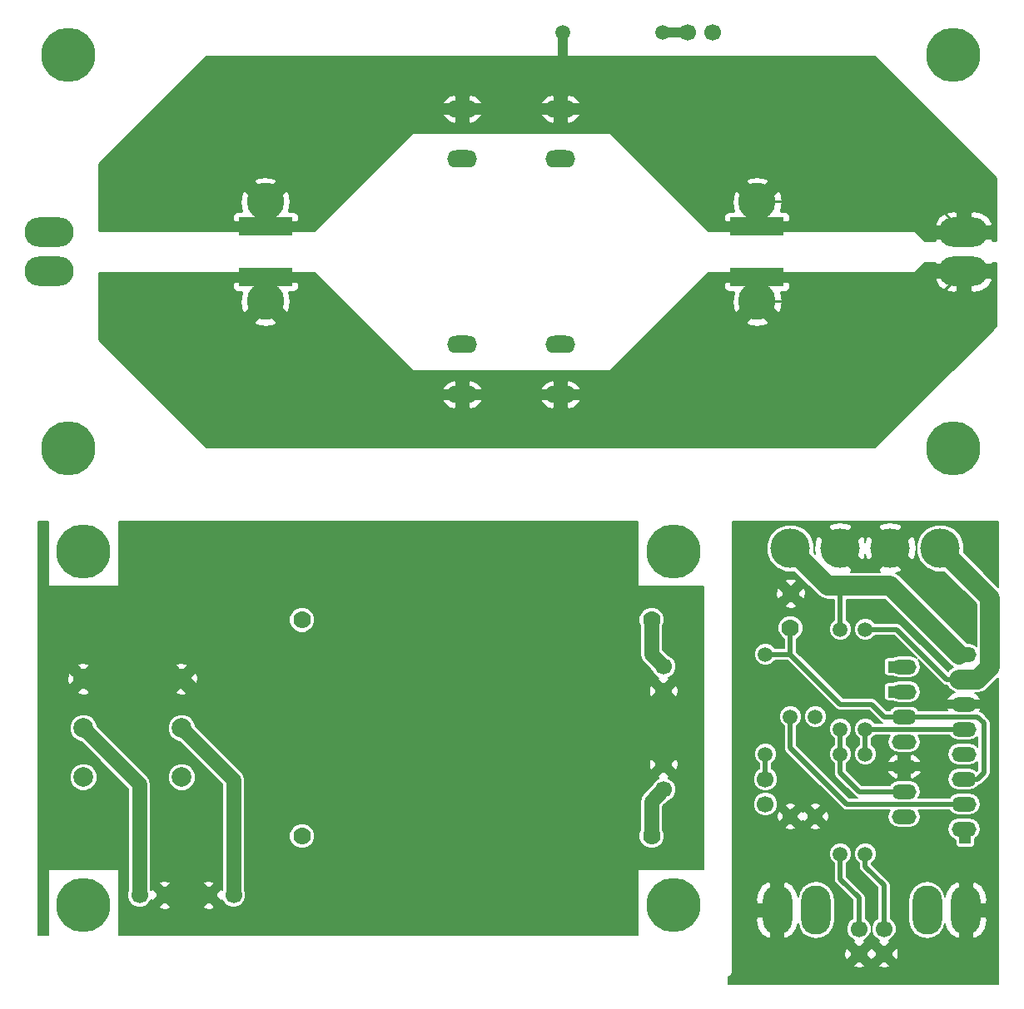
<source format=gbl>
G04 (created by PCBNEW (2013-07-07 BZR 4022)-stable) date 27/10/2013 04:34:24*
%MOIN*%
G04 Gerber Fmt 3.4, Leading zero omitted, Abs format*
%FSLAX34Y34*%
G01*
G70*
G90*
G04 APERTURE LIST*
%ADD10C,0.00393701*%
%ADD11R,0.045X0.025*%
%ADD12R,0.025X0.045*%
%ADD13C,0.0590551*%
%ADD14C,0.15748*%
%ADD15C,0.0669*%
%ADD16O,0.1181X0.1969*%
%ADD17C,0.07*%
%ADD18O,0.0984252X0.0590551*%
%ADD19O,0.12X0.07*%
%ADD20C,0.15*%
%ADD21R,0.2165X0.0728*%
%ADD22C,0.2165*%
%ADD23O,0.1969X0.1181*%
%ADD24C,0.0787402*%
%ADD25C,0.019685*%
%ADD26C,0.0590551*%
%ADD27C,0.01*%
%ADD28C,0.0393701*%
%ADD29C,0.0787402*%
%ADD30C,0.00787402*%
G04 APERTURE END LIST*
G54D10*
G54D11*
X51647Y-41308D03*
X51647Y-41908D03*
G54D12*
X48097Y-35358D03*
X48697Y-35358D03*
X48697Y-34358D03*
X48097Y-34358D03*
G54D13*
X47647Y-37858D03*
X47647Y-41858D03*
X45647Y-36358D03*
X45647Y-40358D03*
X47647Y-32858D03*
X47647Y-36858D03*
X46647Y-37858D03*
X46647Y-41858D03*
X44647Y-36358D03*
X44647Y-40358D03*
X46647Y-32858D03*
X46647Y-36858D03*
G54D14*
X50647Y-29608D03*
X48647Y-29608D03*
X44647Y-29608D03*
X46647Y-29608D03*
G54D15*
X48397Y-45858D03*
X48397Y-44858D03*
X47397Y-45858D03*
X47397Y-44858D03*
G54D16*
X51677Y-44108D03*
X50117Y-44108D03*
X45677Y-44108D03*
X44117Y-44108D03*
G54D13*
X43647Y-33858D03*
X43647Y-37858D03*
G54D17*
X44647Y-32797D03*
X44667Y-31419D03*
G54D18*
X51594Y-33858D03*
X51594Y-34858D03*
X51594Y-35858D03*
X51594Y-36858D03*
X51594Y-37858D03*
X51594Y-38858D03*
X51594Y-39858D03*
X51594Y-40858D03*
X49200Y-34358D03*
X49200Y-35358D03*
X49200Y-36358D03*
X49200Y-37358D03*
X49200Y-38358D03*
X49200Y-39358D03*
X49200Y-40358D03*
G54D15*
X43647Y-38858D03*
X43647Y-39858D03*
G54D19*
X31496Y-11992D03*
X31496Y-13992D03*
X31496Y-21440D03*
X31496Y-23440D03*
X35433Y-21440D03*
X35433Y-23440D03*
X35433Y-11992D03*
X35433Y-13992D03*
G54D20*
X23622Y-15716D03*
X23622Y-19716D03*
X43307Y-15716D03*
X43307Y-19716D03*
G54D21*
X23622Y-16702D03*
X23622Y-18730D03*
X43307Y-16702D03*
X43307Y-18730D03*
G54D22*
X51181Y-9842D03*
X51181Y-25590D03*
X15748Y-25590D03*
X15748Y-9842D03*
G54D23*
X14960Y-18496D03*
X14960Y-16936D03*
X51574Y-16936D03*
X51574Y-18496D03*
G54D13*
X35539Y-8938D03*
X39539Y-8938D03*
G54D15*
X41539Y-8938D03*
X40539Y-8938D03*
G54D24*
X16338Y-34842D03*
X16338Y-36811D03*
X16338Y-38779D03*
X20275Y-34842D03*
X20275Y-36811D03*
X20275Y-38779D03*
G54D15*
X18594Y-43503D03*
X19594Y-43503D03*
X22350Y-43503D03*
X21350Y-43503D03*
X39566Y-39279D03*
X39566Y-38279D03*
X39566Y-34342D03*
X39566Y-35342D03*
G54D17*
X39086Y-41141D03*
X25086Y-41141D03*
X39086Y-32480D03*
X25086Y-32480D03*
G54D22*
X16338Y-43897D03*
X16338Y-29724D03*
X39960Y-29724D03*
X39960Y-43897D03*
G54D25*
X51397Y-35858D02*
X52397Y-35858D01*
X52347Y-41908D02*
X51647Y-41908D01*
X52897Y-41358D02*
X52347Y-41908D01*
X52897Y-36358D02*
X52897Y-41358D01*
X52397Y-35858D02*
X52897Y-36358D01*
X51397Y-35858D02*
X48397Y-35858D01*
X48097Y-35558D02*
X48097Y-34358D01*
X48397Y-35858D02*
X48097Y-35558D01*
G54D26*
X20275Y-34842D02*
X22244Y-36811D01*
X22244Y-36811D02*
X39566Y-36811D01*
X39566Y-38279D02*
X39566Y-36811D01*
X39566Y-36811D02*
X39566Y-35342D01*
X20472Y-43503D02*
X20472Y-40551D01*
X19291Y-39370D02*
X19291Y-34842D01*
X20472Y-40551D02*
X19291Y-39370D01*
X21350Y-43503D02*
X20472Y-43503D01*
X20472Y-43503D02*
X19594Y-43503D01*
X20275Y-34842D02*
X19291Y-34842D01*
X19291Y-34842D02*
X18307Y-34842D01*
X18307Y-34842D02*
X16338Y-34842D01*
G54D25*
X49397Y-39358D02*
X47397Y-39358D01*
X46647Y-38608D02*
X46647Y-37858D01*
X47397Y-39358D02*
X46647Y-38608D01*
X46647Y-37858D02*
X46647Y-36858D01*
G54D27*
X43307Y-15716D02*
X50354Y-15716D01*
X50354Y-15716D02*
X51574Y-16936D01*
G54D28*
X35539Y-8938D02*
X35539Y-11885D01*
X35539Y-11885D02*
X35433Y-11992D01*
G54D27*
X31496Y-11992D02*
X27346Y-11992D01*
X35433Y-11992D02*
X39582Y-11992D01*
X27346Y-11992D02*
X23622Y-15716D01*
X39582Y-11992D02*
X43307Y-15716D01*
X43321Y-16716D02*
X43307Y-16702D01*
X43307Y-15716D02*
X43307Y-16702D01*
X23622Y-15716D02*
X23622Y-16702D01*
G54D25*
X48397Y-44858D02*
X48397Y-43108D01*
X47647Y-42358D02*
X47647Y-41858D01*
X48397Y-43108D02*
X47647Y-42358D01*
X51397Y-34858D02*
X50897Y-34858D01*
X48897Y-32858D02*
X47647Y-32858D01*
X50897Y-34858D02*
X48897Y-32858D01*
G54D29*
X51397Y-34858D02*
X52147Y-34858D01*
X50647Y-29608D02*
X50647Y-29608D01*
X52647Y-31608D02*
X50647Y-29608D01*
X52647Y-34358D02*
X52647Y-31608D01*
X52147Y-34858D02*
X52647Y-34358D01*
G54D25*
X51397Y-36858D02*
X47647Y-36858D01*
X47647Y-36858D02*
X47647Y-36858D01*
X47647Y-36858D02*
X47647Y-37858D01*
X51397Y-39858D02*
X46897Y-39858D01*
X44647Y-37608D02*
X44647Y-36358D01*
X46897Y-39858D02*
X44647Y-37608D01*
G54D26*
X39086Y-41141D02*
X39086Y-39759D01*
X39086Y-39759D02*
X39566Y-39279D01*
G54D25*
X46647Y-41858D02*
X46647Y-42858D01*
X47397Y-43608D02*
X47397Y-44858D01*
X46647Y-42858D02*
X47397Y-43608D01*
G54D28*
X39539Y-8938D02*
X40539Y-8938D01*
G54D26*
X18594Y-43503D02*
X18594Y-39066D01*
X18594Y-39066D02*
X16338Y-36811D01*
G54D29*
X51397Y-33858D02*
X48647Y-31108D01*
X48647Y-31108D02*
X46647Y-31108D01*
G54D25*
X46647Y-32858D02*
X46647Y-31108D01*
G54D29*
X46647Y-31108D02*
X46147Y-31108D01*
X46147Y-31108D02*
X44647Y-29608D01*
G54D27*
X51574Y-18496D02*
X50354Y-19716D01*
X50354Y-19716D02*
X43307Y-19716D01*
X39582Y-23440D02*
X35433Y-23440D01*
X31496Y-23440D02*
X27346Y-23440D01*
X43321Y-18716D02*
X43307Y-18730D01*
X27346Y-23440D02*
X23622Y-19716D01*
X43307Y-19716D02*
X39582Y-23440D01*
X43307Y-18730D02*
X43307Y-19716D01*
X23622Y-18730D02*
X23622Y-19716D01*
G54D26*
X39086Y-32480D02*
X39086Y-33862D01*
X39086Y-33862D02*
X39566Y-34342D01*
G54D25*
X43647Y-37858D02*
X43647Y-38858D01*
G54D26*
X22350Y-43503D02*
X22350Y-38885D01*
X22350Y-38885D02*
X20275Y-36811D01*
G54D25*
X44647Y-33858D02*
X43647Y-33858D01*
X47897Y-35858D02*
X46647Y-35858D01*
X48397Y-36358D02*
X47897Y-35858D01*
X49397Y-36358D02*
X48397Y-36358D01*
X44647Y-33858D02*
X44647Y-32797D01*
X46647Y-35858D02*
X44647Y-33858D01*
X49397Y-36358D02*
X52147Y-36358D01*
X52147Y-38858D02*
X51397Y-38858D01*
X52397Y-38608D02*
X52147Y-38858D01*
X52397Y-36608D02*
X52397Y-38608D01*
X52147Y-36358D02*
X52397Y-36608D01*
X51397Y-40858D02*
X51647Y-41108D01*
X51647Y-41108D02*
X51647Y-41308D01*
X48697Y-34358D02*
X49397Y-34358D01*
X48697Y-35358D02*
X49397Y-35358D01*
G54D10*
G36*
X52972Y-47066D02*
X52653Y-47066D01*
X52653Y-38608D01*
X52653Y-36608D01*
X52634Y-36510D01*
X52634Y-36510D01*
X52615Y-36482D01*
X52578Y-36427D01*
X52578Y-36427D01*
X52328Y-36177D01*
X52246Y-36122D01*
X52275Y-36084D01*
X52242Y-36005D01*
X51840Y-36005D01*
X51840Y-36102D01*
X51348Y-36102D01*
X51348Y-36005D01*
X50946Y-36005D01*
X50913Y-36084D01*
X50927Y-36102D01*
X49863Y-36102D01*
X49863Y-35358D01*
X49828Y-35185D01*
X49730Y-35038D01*
X49583Y-34939D01*
X49410Y-34905D01*
X48991Y-34905D01*
X48817Y-34939D01*
X48764Y-34975D01*
X48541Y-34975D01*
X48483Y-34999D01*
X48439Y-35043D01*
X48415Y-35101D01*
X48415Y-35164D01*
X48415Y-35614D01*
X48439Y-35672D01*
X48483Y-35716D01*
X48541Y-35740D01*
X48603Y-35740D01*
X48764Y-35740D01*
X48817Y-35776D01*
X48991Y-35811D01*
X49410Y-35811D01*
X49583Y-35776D01*
X49730Y-35678D01*
X49828Y-35531D01*
X49863Y-35358D01*
X49863Y-36102D01*
X49773Y-36102D01*
X49730Y-36038D01*
X49583Y-35939D01*
X49410Y-35905D01*
X48991Y-35905D01*
X48817Y-35939D01*
X48671Y-36038D01*
X48628Y-36102D01*
X48503Y-36102D01*
X48078Y-35677D01*
X47995Y-35621D01*
X47979Y-35618D01*
X47897Y-35602D01*
X46753Y-35602D01*
X45267Y-34115D01*
X45267Y-31383D01*
X45235Y-31222D01*
X45153Y-31181D01*
X44914Y-31419D01*
X45153Y-31657D01*
X45235Y-31615D01*
X45267Y-31383D01*
X45267Y-34115D01*
X44903Y-33752D01*
X44903Y-33240D01*
X44934Y-33227D01*
X45077Y-33085D01*
X45155Y-32898D01*
X45155Y-32696D01*
X45078Y-32510D01*
X44935Y-32367D01*
X44905Y-32354D01*
X44905Y-31905D01*
X44905Y-30933D01*
X44863Y-30851D01*
X44631Y-30819D01*
X44471Y-30851D01*
X44429Y-30933D01*
X44667Y-31171D01*
X44905Y-30933D01*
X44905Y-31905D01*
X44667Y-31666D01*
X44429Y-31905D01*
X44471Y-31987D01*
X44703Y-32019D01*
X44863Y-31987D01*
X44905Y-31905D01*
X44905Y-32354D01*
X44749Y-32289D01*
X44547Y-32289D01*
X44419Y-32342D01*
X44419Y-31419D01*
X44181Y-31181D01*
X44099Y-31222D01*
X44067Y-31455D01*
X44099Y-31615D01*
X44181Y-31657D01*
X44419Y-31419D01*
X44419Y-32342D01*
X44360Y-32366D01*
X44217Y-32509D01*
X44140Y-32695D01*
X44140Y-32897D01*
X44217Y-33084D01*
X44359Y-33227D01*
X44391Y-33240D01*
X44391Y-33602D01*
X44031Y-33602D01*
X44031Y-33602D01*
X43904Y-33474D01*
X43738Y-33405D01*
X43557Y-33405D01*
X43391Y-33474D01*
X43264Y-33601D01*
X43194Y-33767D01*
X43194Y-33947D01*
X43263Y-34114D01*
X43390Y-34241D01*
X43557Y-34310D01*
X43737Y-34311D01*
X43903Y-34242D01*
X44031Y-34115D01*
X44031Y-34114D01*
X44541Y-34114D01*
X46466Y-36039D01*
X46466Y-36039D01*
X46522Y-36076D01*
X46549Y-36094D01*
X46549Y-36094D01*
X46647Y-36114D01*
X46647Y-36114D01*
X47791Y-36114D01*
X48216Y-36539D01*
X48216Y-36539D01*
X48299Y-36594D01*
X48299Y-36594D01*
X48315Y-36597D01*
X48338Y-36602D01*
X48031Y-36602D01*
X48031Y-36602D01*
X47904Y-36474D01*
X47738Y-36405D01*
X47557Y-36405D01*
X47391Y-36474D01*
X47264Y-36601D01*
X47194Y-36767D01*
X47194Y-36947D01*
X47263Y-37114D01*
X47390Y-37241D01*
X47391Y-37242D01*
X47391Y-37474D01*
X47391Y-37474D01*
X47264Y-37601D01*
X47194Y-37767D01*
X47194Y-37947D01*
X47263Y-38114D01*
X47390Y-38241D01*
X47557Y-38310D01*
X47737Y-38311D01*
X47903Y-38242D01*
X48031Y-38115D01*
X48100Y-37948D01*
X48100Y-37768D01*
X48031Y-37602D01*
X47904Y-37474D01*
X47903Y-37474D01*
X47903Y-37242D01*
X47903Y-37242D01*
X48031Y-37115D01*
X48031Y-37114D01*
X48620Y-37114D01*
X48572Y-37185D01*
X48538Y-37358D01*
X48572Y-37531D01*
X48671Y-37678D01*
X48817Y-37776D01*
X48991Y-37811D01*
X49410Y-37811D01*
X49583Y-37776D01*
X49730Y-37678D01*
X49828Y-37531D01*
X49863Y-37358D01*
X49828Y-37185D01*
X49781Y-37114D01*
X51021Y-37114D01*
X51064Y-37178D01*
X51211Y-37276D01*
X51384Y-37311D01*
X51804Y-37311D01*
X51977Y-37276D01*
X52124Y-37178D01*
X52141Y-37152D01*
X52141Y-37564D01*
X52124Y-37538D01*
X51977Y-37439D01*
X51804Y-37405D01*
X51384Y-37405D01*
X51211Y-37439D01*
X51064Y-37538D01*
X50966Y-37685D01*
X50932Y-37858D01*
X50966Y-38031D01*
X51064Y-38178D01*
X51211Y-38276D01*
X51384Y-38311D01*
X51804Y-38311D01*
X51977Y-38276D01*
X52124Y-38178D01*
X52141Y-38152D01*
X52141Y-38502D01*
X52113Y-38530D01*
X51977Y-38439D01*
X51804Y-38405D01*
X51384Y-38405D01*
X51211Y-38439D01*
X51064Y-38538D01*
X50966Y-38685D01*
X50932Y-38858D01*
X50966Y-39031D01*
X51064Y-39178D01*
X51211Y-39276D01*
X51384Y-39311D01*
X51804Y-39311D01*
X51977Y-39276D01*
X52124Y-39178D01*
X52170Y-39109D01*
X52229Y-39097D01*
X52245Y-39094D01*
X52245Y-39094D01*
X52328Y-39039D01*
X52578Y-38789D01*
X52578Y-38789D01*
X52615Y-38733D01*
X52634Y-38706D01*
X52634Y-38706D01*
X52653Y-38608D01*
X52653Y-38608D01*
X52653Y-47066D01*
X52539Y-47066D01*
X52539Y-44498D01*
X52539Y-43717D01*
X52475Y-43387D01*
X52289Y-43107D01*
X52256Y-43088D01*
X52256Y-40858D01*
X52256Y-39858D01*
X52222Y-39685D01*
X52124Y-39538D01*
X51977Y-39439D01*
X51804Y-39405D01*
X51384Y-39405D01*
X51211Y-39439D01*
X51064Y-39538D01*
X51021Y-39602D01*
X49882Y-39602D01*
X49882Y-38584D01*
X49882Y-38132D01*
X49849Y-38090D01*
X49712Y-37937D01*
X49528Y-37849D01*
X49446Y-37894D01*
X49446Y-38210D01*
X49848Y-38210D01*
X49882Y-38132D01*
X49882Y-38584D01*
X49848Y-38505D01*
X49446Y-38505D01*
X49446Y-38821D01*
X49528Y-38867D01*
X49712Y-38778D01*
X49849Y-38625D01*
X49882Y-38584D01*
X49882Y-39602D01*
X49781Y-39602D01*
X49828Y-39531D01*
X49863Y-39358D01*
X49828Y-39185D01*
X49730Y-39038D01*
X49583Y-38939D01*
X49410Y-38905D01*
X48991Y-38905D01*
X48954Y-38912D01*
X48954Y-38821D01*
X48954Y-38505D01*
X48954Y-38210D01*
X48954Y-37894D01*
X48873Y-37849D01*
X48688Y-37937D01*
X48551Y-38090D01*
X48519Y-38132D01*
X48552Y-38210D01*
X48954Y-38210D01*
X48954Y-38505D01*
X48552Y-38505D01*
X48519Y-38584D01*
X48551Y-38625D01*
X48688Y-38778D01*
X48873Y-38867D01*
X48954Y-38821D01*
X48954Y-38912D01*
X48817Y-38939D01*
X48671Y-39038D01*
X48628Y-39102D01*
X47503Y-39102D01*
X46903Y-38502D01*
X46903Y-38242D01*
X46903Y-38242D01*
X47031Y-38115D01*
X47100Y-37948D01*
X47100Y-37768D01*
X47031Y-37602D01*
X46904Y-37474D01*
X46903Y-37474D01*
X46903Y-37242D01*
X46903Y-37242D01*
X47031Y-37115D01*
X47100Y-36948D01*
X47100Y-36768D01*
X47031Y-36602D01*
X46904Y-36474D01*
X46738Y-36405D01*
X46557Y-36405D01*
X46391Y-36474D01*
X46264Y-36601D01*
X46194Y-36767D01*
X46194Y-36947D01*
X46263Y-37114D01*
X46390Y-37241D01*
X46391Y-37242D01*
X46391Y-37474D01*
X46391Y-37474D01*
X46264Y-37601D01*
X46194Y-37767D01*
X46194Y-37947D01*
X46263Y-38114D01*
X46390Y-38241D01*
X46391Y-38242D01*
X46391Y-38608D01*
X46407Y-38689D01*
X46411Y-38706D01*
X46466Y-38789D01*
X47216Y-39539D01*
X47216Y-39539D01*
X47272Y-39576D01*
X47299Y-39594D01*
X47299Y-39594D01*
X47338Y-39602D01*
X47003Y-39602D01*
X46100Y-38699D01*
X46100Y-36268D01*
X46031Y-36102D01*
X45904Y-35974D01*
X45738Y-35905D01*
X45557Y-35905D01*
X45391Y-35974D01*
X45264Y-36101D01*
X45194Y-36267D01*
X45194Y-36447D01*
X45263Y-36614D01*
X45390Y-36741D01*
X45557Y-36810D01*
X45737Y-36811D01*
X45903Y-36742D01*
X46031Y-36615D01*
X46100Y-36448D01*
X46100Y-36268D01*
X46100Y-38699D01*
X44903Y-37502D01*
X44903Y-36742D01*
X44903Y-36742D01*
X45031Y-36615D01*
X45100Y-36448D01*
X45100Y-36268D01*
X45031Y-36102D01*
X44904Y-35974D01*
X44738Y-35905D01*
X44557Y-35905D01*
X44391Y-35974D01*
X44264Y-36101D01*
X44194Y-36267D01*
X44194Y-36447D01*
X44263Y-36614D01*
X44390Y-36741D01*
X44391Y-36742D01*
X44391Y-37608D01*
X44407Y-37689D01*
X44411Y-37706D01*
X44466Y-37789D01*
X46716Y-40039D01*
X46716Y-40039D01*
X46772Y-40076D01*
X46799Y-40094D01*
X46799Y-40094D01*
X46897Y-40114D01*
X48620Y-40114D01*
X48572Y-40185D01*
X48538Y-40358D01*
X48572Y-40531D01*
X48671Y-40678D01*
X48817Y-40776D01*
X48991Y-40811D01*
X49410Y-40811D01*
X49583Y-40776D01*
X49730Y-40678D01*
X49828Y-40531D01*
X49863Y-40358D01*
X49828Y-40185D01*
X49781Y-40114D01*
X51021Y-40114D01*
X51064Y-40178D01*
X51211Y-40276D01*
X51384Y-40311D01*
X51804Y-40311D01*
X51977Y-40276D01*
X52124Y-40178D01*
X52222Y-40031D01*
X52256Y-39858D01*
X52256Y-40858D01*
X52222Y-40685D01*
X52124Y-40538D01*
X51977Y-40439D01*
X51804Y-40405D01*
X51384Y-40405D01*
X51211Y-40439D01*
X51064Y-40538D01*
X50966Y-40685D01*
X50932Y-40858D01*
X50966Y-41031D01*
X51064Y-41178D01*
X51211Y-41276D01*
X51265Y-41287D01*
X51265Y-41464D01*
X51289Y-41522D01*
X51333Y-41566D01*
X51391Y-41590D01*
X51453Y-41590D01*
X51903Y-41590D01*
X51961Y-41566D01*
X52006Y-41522D01*
X52030Y-41464D01*
X52030Y-41402D01*
X52030Y-41241D01*
X52124Y-41178D01*
X52222Y-41031D01*
X52256Y-40858D01*
X52256Y-43088D01*
X52053Y-42974D01*
X51933Y-42988D01*
X51933Y-43852D01*
X52468Y-43852D01*
X52539Y-43717D01*
X52539Y-44498D01*
X52468Y-44364D01*
X51933Y-44364D01*
X51933Y-45228D01*
X52053Y-45241D01*
X52289Y-45109D01*
X52475Y-44829D01*
X52539Y-44498D01*
X52539Y-47066D01*
X51421Y-47066D01*
X51421Y-45228D01*
X51421Y-44364D01*
X51413Y-44364D01*
X51413Y-43852D01*
X51421Y-43852D01*
X51421Y-42988D01*
X51301Y-42974D01*
X51065Y-43107D01*
X50879Y-43387D01*
X50842Y-43577D01*
X50808Y-43405D01*
X50646Y-43162D01*
X50403Y-43000D01*
X50117Y-42943D01*
X49831Y-43000D01*
X49588Y-43162D01*
X49426Y-43405D01*
X49369Y-43691D01*
X49369Y-44524D01*
X49426Y-44810D01*
X49588Y-45053D01*
X49831Y-45215D01*
X50117Y-45272D01*
X50403Y-45215D01*
X50646Y-45053D01*
X50808Y-44810D01*
X50842Y-44638D01*
X50879Y-44829D01*
X51065Y-45109D01*
X51301Y-45241D01*
X51421Y-45228D01*
X51421Y-47066D01*
X48981Y-47066D01*
X48981Y-45826D01*
X48949Y-45664D01*
X48889Y-45634D01*
X48889Y-44760D01*
X48814Y-44579D01*
X48676Y-44441D01*
X48653Y-44431D01*
X48653Y-43108D01*
X48653Y-43108D01*
X48634Y-43010D01*
X48634Y-43010D01*
X48615Y-42982D01*
X48578Y-42927D01*
X48578Y-42927D01*
X47903Y-42252D01*
X47903Y-42242D01*
X47903Y-42242D01*
X48031Y-42115D01*
X48100Y-41948D01*
X48100Y-41768D01*
X48031Y-41602D01*
X47904Y-41474D01*
X47738Y-41405D01*
X47557Y-41405D01*
X47391Y-41474D01*
X47264Y-41601D01*
X47194Y-41767D01*
X47194Y-41947D01*
X47263Y-42114D01*
X47390Y-42241D01*
X47391Y-42242D01*
X47391Y-42358D01*
X47407Y-42439D01*
X47411Y-42456D01*
X47466Y-42539D01*
X48141Y-43214D01*
X48141Y-44431D01*
X48119Y-44440D01*
X47980Y-44579D01*
X47905Y-44759D01*
X47905Y-44955D01*
X47980Y-45136D01*
X48118Y-45275D01*
X48201Y-45309D01*
X48163Y-45387D01*
X48397Y-45621D01*
X48631Y-45387D01*
X48593Y-45309D01*
X48675Y-45275D01*
X48814Y-45137D01*
X48889Y-44956D01*
X48889Y-44760D01*
X48889Y-45634D01*
X48867Y-45624D01*
X48634Y-45858D01*
X48867Y-46092D01*
X48949Y-46052D01*
X48981Y-45826D01*
X48981Y-47066D01*
X48631Y-47066D01*
X48631Y-46328D01*
X48397Y-46094D01*
X48163Y-46328D01*
X48203Y-46410D01*
X48429Y-46442D01*
X48591Y-46410D01*
X48631Y-46328D01*
X48631Y-47066D01*
X48161Y-47066D01*
X48161Y-45858D01*
X47927Y-45624D01*
X47897Y-45638D01*
X47889Y-45634D01*
X47889Y-44760D01*
X47814Y-44579D01*
X47676Y-44441D01*
X47653Y-44431D01*
X47653Y-43608D01*
X47653Y-43608D01*
X47634Y-43510D01*
X47634Y-43510D01*
X47615Y-43482D01*
X47578Y-43427D01*
X47578Y-43427D01*
X46903Y-42752D01*
X46903Y-42242D01*
X46903Y-42242D01*
X47031Y-42115D01*
X47100Y-41948D01*
X47100Y-41768D01*
X47031Y-41602D01*
X46904Y-41474D01*
X46738Y-41405D01*
X46557Y-41405D01*
X46391Y-41474D01*
X46264Y-41601D01*
X46194Y-41767D01*
X46194Y-41947D01*
X46263Y-42114D01*
X46390Y-42241D01*
X46391Y-42242D01*
X46391Y-42858D01*
X46407Y-42939D01*
X46411Y-42956D01*
X46466Y-43039D01*
X47141Y-43714D01*
X47141Y-44431D01*
X47119Y-44440D01*
X46980Y-44579D01*
X46905Y-44759D01*
X46905Y-44955D01*
X46980Y-45136D01*
X47118Y-45275D01*
X47201Y-45309D01*
X47163Y-45387D01*
X47397Y-45621D01*
X47631Y-45387D01*
X47593Y-45309D01*
X47675Y-45275D01*
X47814Y-45137D01*
X47889Y-44956D01*
X47889Y-44760D01*
X47889Y-45634D01*
X47867Y-45624D01*
X47634Y-45858D01*
X47867Y-46092D01*
X47897Y-46077D01*
X47927Y-46092D01*
X48161Y-45858D01*
X48161Y-47066D01*
X47631Y-47066D01*
X47631Y-46328D01*
X47397Y-46094D01*
X47163Y-46328D01*
X47203Y-46410D01*
X47429Y-46442D01*
X47591Y-46410D01*
X47631Y-46328D01*
X47631Y-47066D01*
X47161Y-47066D01*
X47161Y-45858D01*
X46927Y-45624D01*
X46845Y-45664D01*
X46813Y-45890D01*
X46845Y-46052D01*
X46927Y-46092D01*
X47161Y-45858D01*
X47161Y-47066D01*
X46425Y-47066D01*
X46425Y-44524D01*
X46425Y-43691D01*
X46368Y-43405D01*
X46206Y-43162D01*
X46192Y-43153D01*
X46192Y-40337D01*
X46158Y-40169D01*
X46078Y-40135D01*
X45870Y-40344D01*
X45870Y-39926D01*
X45836Y-39846D01*
X45626Y-39813D01*
X45458Y-39846D01*
X45425Y-39926D01*
X45647Y-40149D01*
X45870Y-39926D01*
X45870Y-40344D01*
X45856Y-40358D01*
X46078Y-40580D01*
X46158Y-40547D01*
X46192Y-40337D01*
X46192Y-43153D01*
X45963Y-43000D01*
X45870Y-42982D01*
X45870Y-40789D01*
X45647Y-40567D01*
X45438Y-40775D01*
X45438Y-40358D01*
X45216Y-40135D01*
X45147Y-40164D01*
X45078Y-40135D01*
X44870Y-40344D01*
X44870Y-39926D01*
X44836Y-39846D01*
X44626Y-39813D01*
X44458Y-39846D01*
X44425Y-39926D01*
X44647Y-40149D01*
X44870Y-39926D01*
X44870Y-40344D01*
X44856Y-40358D01*
X45078Y-40580D01*
X45147Y-40551D01*
X45216Y-40580D01*
X45438Y-40358D01*
X45438Y-40775D01*
X45425Y-40789D01*
X45458Y-40869D01*
X45668Y-40902D01*
X45836Y-40869D01*
X45870Y-40789D01*
X45870Y-42982D01*
X45677Y-42943D01*
X45391Y-43000D01*
X45148Y-43162D01*
X44986Y-43405D01*
X44952Y-43577D01*
X44915Y-43387D01*
X44870Y-43319D01*
X44870Y-40789D01*
X44647Y-40567D01*
X44438Y-40775D01*
X44438Y-40358D01*
X44216Y-40135D01*
X44139Y-40167D01*
X44139Y-39760D01*
X44139Y-38760D01*
X44064Y-38579D01*
X43926Y-38441D01*
X43903Y-38431D01*
X43903Y-38242D01*
X43903Y-38242D01*
X44031Y-38115D01*
X44100Y-37948D01*
X44100Y-37768D01*
X44031Y-37602D01*
X43904Y-37474D01*
X43738Y-37405D01*
X43557Y-37405D01*
X43391Y-37474D01*
X43264Y-37601D01*
X43194Y-37767D01*
X43194Y-37947D01*
X43263Y-38114D01*
X43390Y-38241D01*
X43391Y-38242D01*
X43391Y-38431D01*
X43369Y-38440D01*
X43230Y-38579D01*
X43155Y-38759D01*
X43155Y-38955D01*
X43230Y-39136D01*
X43368Y-39275D01*
X43549Y-39350D01*
X43745Y-39350D01*
X43925Y-39275D01*
X44064Y-39137D01*
X44139Y-38956D01*
X44139Y-38760D01*
X44139Y-39760D01*
X44064Y-39579D01*
X43926Y-39441D01*
X43745Y-39366D01*
X43550Y-39366D01*
X43369Y-39440D01*
X43230Y-39579D01*
X43155Y-39759D01*
X43155Y-39955D01*
X43230Y-40136D01*
X43368Y-40275D01*
X43549Y-40350D01*
X43745Y-40350D01*
X43925Y-40275D01*
X44064Y-40137D01*
X44139Y-39956D01*
X44139Y-39760D01*
X44139Y-40167D01*
X44136Y-40169D01*
X44102Y-40379D01*
X44136Y-40547D01*
X44216Y-40580D01*
X44438Y-40358D01*
X44438Y-40775D01*
X44425Y-40789D01*
X44458Y-40869D01*
X44668Y-40902D01*
X44836Y-40869D01*
X44870Y-40789D01*
X44870Y-43319D01*
X44729Y-43107D01*
X44493Y-42974D01*
X44373Y-42988D01*
X44373Y-43852D01*
X44381Y-43852D01*
X44381Y-44364D01*
X44373Y-44364D01*
X44373Y-45228D01*
X44493Y-45241D01*
X44729Y-45109D01*
X44915Y-44829D01*
X44952Y-44638D01*
X44986Y-44810D01*
X45148Y-45053D01*
X45391Y-45215D01*
X45677Y-45272D01*
X45963Y-45215D01*
X46206Y-45053D01*
X46368Y-44810D01*
X46425Y-44524D01*
X46425Y-47066D01*
X43861Y-47066D01*
X43861Y-45228D01*
X43861Y-44364D01*
X43861Y-43852D01*
X43861Y-42988D01*
X43741Y-42974D01*
X43505Y-43107D01*
X43319Y-43387D01*
X43255Y-43717D01*
X43326Y-43852D01*
X43861Y-43852D01*
X43861Y-44364D01*
X43326Y-44364D01*
X43255Y-44498D01*
X43319Y-44829D01*
X43505Y-45109D01*
X43741Y-45241D01*
X43861Y-45228D01*
X43861Y-47066D01*
X42165Y-47066D01*
X42165Y-46781D01*
X42215Y-46771D01*
X42272Y-46733D01*
X42311Y-46676D01*
X42324Y-46608D01*
X42324Y-28535D01*
X52972Y-28535D01*
X52972Y-31153D01*
X51592Y-29773D01*
X51592Y-29421D01*
X51449Y-29073D01*
X51183Y-28807D01*
X50836Y-28663D01*
X50460Y-28663D01*
X50113Y-28806D01*
X49847Y-29072D01*
X49702Y-29419D01*
X49702Y-29795D01*
X49846Y-30142D01*
X50111Y-30408D01*
X50458Y-30552D01*
X50813Y-30553D01*
X52096Y-31836D01*
X52096Y-33519D01*
X51977Y-33439D01*
X51804Y-33405D01*
X51724Y-33405D01*
X49694Y-31375D01*
X49694Y-29596D01*
X49619Y-29218D01*
X49502Y-29115D01*
X49140Y-29477D01*
X49140Y-28753D01*
X49037Y-28636D01*
X48635Y-28561D01*
X48257Y-28636D01*
X48154Y-28753D01*
X48647Y-29246D01*
X49140Y-28753D01*
X49140Y-29477D01*
X49009Y-29608D01*
X49502Y-30101D01*
X49619Y-29997D01*
X49694Y-29596D01*
X49694Y-31375D01*
X49037Y-30718D01*
X48877Y-30611D01*
X49037Y-30579D01*
X49140Y-30463D01*
X48647Y-29970D01*
X48285Y-30332D01*
X48285Y-29608D01*
X47792Y-29115D01*
X47675Y-29218D01*
X47648Y-29365D01*
X47619Y-29218D01*
X47502Y-29115D01*
X47140Y-29477D01*
X47140Y-28753D01*
X47037Y-28636D01*
X46635Y-28561D01*
X46257Y-28636D01*
X46154Y-28753D01*
X46647Y-29246D01*
X47140Y-28753D01*
X47140Y-29477D01*
X47009Y-29608D01*
X47502Y-30101D01*
X47619Y-29997D01*
X47646Y-29851D01*
X47675Y-29997D01*
X47792Y-30101D01*
X48285Y-29608D01*
X48285Y-30332D01*
X48154Y-30463D01*
X48237Y-30557D01*
X47057Y-30557D01*
X47140Y-30463D01*
X46647Y-29970D01*
X46642Y-29975D01*
X46280Y-29613D01*
X46285Y-29608D01*
X45792Y-29115D01*
X45675Y-29218D01*
X45600Y-29620D01*
X45641Y-29822D01*
X45592Y-29773D01*
X45592Y-29421D01*
X45449Y-29073D01*
X45183Y-28807D01*
X44836Y-28663D01*
X44460Y-28663D01*
X44113Y-28806D01*
X43847Y-29072D01*
X43702Y-29419D01*
X43702Y-29795D01*
X43846Y-30142D01*
X44111Y-30408D01*
X44458Y-30552D01*
X44813Y-30553D01*
X45757Y-31498D01*
X45757Y-31498D01*
X45936Y-31617D01*
X46147Y-31659D01*
X46391Y-31659D01*
X46391Y-32474D01*
X46391Y-32474D01*
X46264Y-32601D01*
X46194Y-32767D01*
X46194Y-32947D01*
X46263Y-33114D01*
X46390Y-33241D01*
X46557Y-33310D01*
X46737Y-33311D01*
X46903Y-33242D01*
X47031Y-33115D01*
X47100Y-32948D01*
X47100Y-32768D01*
X47031Y-32602D01*
X46904Y-32474D01*
X46903Y-32474D01*
X46903Y-31659D01*
X48419Y-31659D01*
X51007Y-34248D01*
X51172Y-34358D01*
X51007Y-34468D01*
X50952Y-34551D01*
X49078Y-32677D01*
X48995Y-32621D01*
X48979Y-32618D01*
X48897Y-32602D01*
X48031Y-32602D01*
X48031Y-32602D01*
X47904Y-32474D01*
X47738Y-32405D01*
X47557Y-32405D01*
X47391Y-32474D01*
X47264Y-32601D01*
X47194Y-32767D01*
X47194Y-32947D01*
X47263Y-33114D01*
X47390Y-33241D01*
X47557Y-33310D01*
X47737Y-33311D01*
X47903Y-33242D01*
X48031Y-33115D01*
X48031Y-33114D01*
X48791Y-33114D01*
X49685Y-34008D01*
X49583Y-33939D01*
X49410Y-33905D01*
X48991Y-33905D01*
X48817Y-33939D01*
X48764Y-33975D01*
X48541Y-33975D01*
X48483Y-33999D01*
X48439Y-34043D01*
X48415Y-34101D01*
X48415Y-34164D01*
X48415Y-34614D01*
X48439Y-34672D01*
X48483Y-34716D01*
X48541Y-34740D01*
X48603Y-34740D01*
X48764Y-34740D01*
X48817Y-34776D01*
X48991Y-34811D01*
X49410Y-34811D01*
X49583Y-34776D01*
X49730Y-34678D01*
X49828Y-34531D01*
X49863Y-34358D01*
X49828Y-34185D01*
X49760Y-34083D01*
X50716Y-35039D01*
X50716Y-35039D01*
X50772Y-35076D01*
X50799Y-35094D01*
X50799Y-35094D01*
X50897Y-35114D01*
X50897Y-35114D01*
X50918Y-35114D01*
X51007Y-35248D01*
X51186Y-35367D01*
X51216Y-35373D01*
X51082Y-35437D01*
X50945Y-35590D01*
X50913Y-35632D01*
X50946Y-35710D01*
X51348Y-35710D01*
X51348Y-35594D01*
X51840Y-35594D01*
X51840Y-35710D01*
X52242Y-35710D01*
X52275Y-35632D01*
X52243Y-35590D01*
X52106Y-35437D01*
X52047Y-35409D01*
X52147Y-35409D01*
X52147Y-35409D01*
X52358Y-35367D01*
X52358Y-35367D01*
X52537Y-35248D01*
X52972Y-34812D01*
X52972Y-47066D01*
X52972Y-47066D01*
G37*
G54D30*
X52972Y-47066D02*
X52653Y-47066D01*
X52653Y-38608D01*
X52653Y-36608D01*
X52634Y-36510D01*
X52634Y-36510D01*
X52615Y-36482D01*
X52578Y-36427D01*
X52578Y-36427D01*
X52328Y-36177D01*
X52246Y-36122D01*
X52275Y-36084D01*
X52242Y-36005D01*
X51840Y-36005D01*
X51840Y-36102D01*
X51348Y-36102D01*
X51348Y-36005D01*
X50946Y-36005D01*
X50913Y-36084D01*
X50927Y-36102D01*
X49863Y-36102D01*
X49863Y-35358D01*
X49828Y-35185D01*
X49730Y-35038D01*
X49583Y-34939D01*
X49410Y-34905D01*
X48991Y-34905D01*
X48817Y-34939D01*
X48764Y-34975D01*
X48541Y-34975D01*
X48483Y-34999D01*
X48439Y-35043D01*
X48415Y-35101D01*
X48415Y-35164D01*
X48415Y-35614D01*
X48439Y-35672D01*
X48483Y-35716D01*
X48541Y-35740D01*
X48603Y-35740D01*
X48764Y-35740D01*
X48817Y-35776D01*
X48991Y-35811D01*
X49410Y-35811D01*
X49583Y-35776D01*
X49730Y-35678D01*
X49828Y-35531D01*
X49863Y-35358D01*
X49863Y-36102D01*
X49773Y-36102D01*
X49730Y-36038D01*
X49583Y-35939D01*
X49410Y-35905D01*
X48991Y-35905D01*
X48817Y-35939D01*
X48671Y-36038D01*
X48628Y-36102D01*
X48503Y-36102D01*
X48078Y-35677D01*
X47995Y-35621D01*
X47979Y-35618D01*
X47897Y-35602D01*
X46753Y-35602D01*
X45267Y-34115D01*
X45267Y-31383D01*
X45235Y-31222D01*
X45153Y-31181D01*
X44914Y-31419D01*
X45153Y-31657D01*
X45235Y-31615D01*
X45267Y-31383D01*
X45267Y-34115D01*
X44903Y-33752D01*
X44903Y-33240D01*
X44934Y-33227D01*
X45077Y-33085D01*
X45155Y-32898D01*
X45155Y-32696D01*
X45078Y-32510D01*
X44935Y-32367D01*
X44905Y-32354D01*
X44905Y-31905D01*
X44905Y-30933D01*
X44863Y-30851D01*
X44631Y-30819D01*
X44471Y-30851D01*
X44429Y-30933D01*
X44667Y-31171D01*
X44905Y-30933D01*
X44905Y-31905D01*
X44667Y-31666D01*
X44429Y-31905D01*
X44471Y-31987D01*
X44703Y-32019D01*
X44863Y-31987D01*
X44905Y-31905D01*
X44905Y-32354D01*
X44749Y-32289D01*
X44547Y-32289D01*
X44419Y-32342D01*
X44419Y-31419D01*
X44181Y-31181D01*
X44099Y-31222D01*
X44067Y-31455D01*
X44099Y-31615D01*
X44181Y-31657D01*
X44419Y-31419D01*
X44419Y-32342D01*
X44360Y-32366D01*
X44217Y-32509D01*
X44140Y-32695D01*
X44140Y-32897D01*
X44217Y-33084D01*
X44359Y-33227D01*
X44391Y-33240D01*
X44391Y-33602D01*
X44031Y-33602D01*
X44031Y-33602D01*
X43904Y-33474D01*
X43738Y-33405D01*
X43557Y-33405D01*
X43391Y-33474D01*
X43264Y-33601D01*
X43194Y-33767D01*
X43194Y-33947D01*
X43263Y-34114D01*
X43390Y-34241D01*
X43557Y-34310D01*
X43737Y-34311D01*
X43903Y-34242D01*
X44031Y-34115D01*
X44031Y-34114D01*
X44541Y-34114D01*
X46466Y-36039D01*
X46466Y-36039D01*
X46522Y-36076D01*
X46549Y-36094D01*
X46549Y-36094D01*
X46647Y-36114D01*
X46647Y-36114D01*
X47791Y-36114D01*
X48216Y-36539D01*
X48216Y-36539D01*
X48299Y-36594D01*
X48299Y-36594D01*
X48315Y-36597D01*
X48338Y-36602D01*
X48031Y-36602D01*
X48031Y-36602D01*
X47904Y-36474D01*
X47738Y-36405D01*
X47557Y-36405D01*
X47391Y-36474D01*
X47264Y-36601D01*
X47194Y-36767D01*
X47194Y-36947D01*
X47263Y-37114D01*
X47390Y-37241D01*
X47391Y-37242D01*
X47391Y-37474D01*
X47391Y-37474D01*
X47264Y-37601D01*
X47194Y-37767D01*
X47194Y-37947D01*
X47263Y-38114D01*
X47390Y-38241D01*
X47557Y-38310D01*
X47737Y-38311D01*
X47903Y-38242D01*
X48031Y-38115D01*
X48100Y-37948D01*
X48100Y-37768D01*
X48031Y-37602D01*
X47904Y-37474D01*
X47903Y-37474D01*
X47903Y-37242D01*
X47903Y-37242D01*
X48031Y-37115D01*
X48031Y-37114D01*
X48620Y-37114D01*
X48572Y-37185D01*
X48538Y-37358D01*
X48572Y-37531D01*
X48671Y-37678D01*
X48817Y-37776D01*
X48991Y-37811D01*
X49410Y-37811D01*
X49583Y-37776D01*
X49730Y-37678D01*
X49828Y-37531D01*
X49863Y-37358D01*
X49828Y-37185D01*
X49781Y-37114D01*
X51021Y-37114D01*
X51064Y-37178D01*
X51211Y-37276D01*
X51384Y-37311D01*
X51804Y-37311D01*
X51977Y-37276D01*
X52124Y-37178D01*
X52141Y-37152D01*
X52141Y-37564D01*
X52124Y-37538D01*
X51977Y-37439D01*
X51804Y-37405D01*
X51384Y-37405D01*
X51211Y-37439D01*
X51064Y-37538D01*
X50966Y-37685D01*
X50932Y-37858D01*
X50966Y-38031D01*
X51064Y-38178D01*
X51211Y-38276D01*
X51384Y-38311D01*
X51804Y-38311D01*
X51977Y-38276D01*
X52124Y-38178D01*
X52141Y-38152D01*
X52141Y-38502D01*
X52113Y-38530D01*
X51977Y-38439D01*
X51804Y-38405D01*
X51384Y-38405D01*
X51211Y-38439D01*
X51064Y-38538D01*
X50966Y-38685D01*
X50932Y-38858D01*
X50966Y-39031D01*
X51064Y-39178D01*
X51211Y-39276D01*
X51384Y-39311D01*
X51804Y-39311D01*
X51977Y-39276D01*
X52124Y-39178D01*
X52170Y-39109D01*
X52229Y-39097D01*
X52245Y-39094D01*
X52245Y-39094D01*
X52328Y-39039D01*
X52578Y-38789D01*
X52578Y-38789D01*
X52615Y-38733D01*
X52634Y-38706D01*
X52634Y-38706D01*
X52653Y-38608D01*
X52653Y-38608D01*
X52653Y-47066D01*
X52539Y-47066D01*
X52539Y-44498D01*
X52539Y-43717D01*
X52475Y-43387D01*
X52289Y-43107D01*
X52256Y-43088D01*
X52256Y-40858D01*
X52256Y-39858D01*
X52222Y-39685D01*
X52124Y-39538D01*
X51977Y-39439D01*
X51804Y-39405D01*
X51384Y-39405D01*
X51211Y-39439D01*
X51064Y-39538D01*
X51021Y-39602D01*
X49882Y-39602D01*
X49882Y-38584D01*
X49882Y-38132D01*
X49849Y-38090D01*
X49712Y-37937D01*
X49528Y-37849D01*
X49446Y-37894D01*
X49446Y-38210D01*
X49848Y-38210D01*
X49882Y-38132D01*
X49882Y-38584D01*
X49848Y-38505D01*
X49446Y-38505D01*
X49446Y-38821D01*
X49528Y-38867D01*
X49712Y-38778D01*
X49849Y-38625D01*
X49882Y-38584D01*
X49882Y-39602D01*
X49781Y-39602D01*
X49828Y-39531D01*
X49863Y-39358D01*
X49828Y-39185D01*
X49730Y-39038D01*
X49583Y-38939D01*
X49410Y-38905D01*
X48991Y-38905D01*
X48954Y-38912D01*
X48954Y-38821D01*
X48954Y-38505D01*
X48954Y-38210D01*
X48954Y-37894D01*
X48873Y-37849D01*
X48688Y-37937D01*
X48551Y-38090D01*
X48519Y-38132D01*
X48552Y-38210D01*
X48954Y-38210D01*
X48954Y-38505D01*
X48552Y-38505D01*
X48519Y-38584D01*
X48551Y-38625D01*
X48688Y-38778D01*
X48873Y-38867D01*
X48954Y-38821D01*
X48954Y-38912D01*
X48817Y-38939D01*
X48671Y-39038D01*
X48628Y-39102D01*
X47503Y-39102D01*
X46903Y-38502D01*
X46903Y-38242D01*
X46903Y-38242D01*
X47031Y-38115D01*
X47100Y-37948D01*
X47100Y-37768D01*
X47031Y-37602D01*
X46904Y-37474D01*
X46903Y-37474D01*
X46903Y-37242D01*
X46903Y-37242D01*
X47031Y-37115D01*
X47100Y-36948D01*
X47100Y-36768D01*
X47031Y-36602D01*
X46904Y-36474D01*
X46738Y-36405D01*
X46557Y-36405D01*
X46391Y-36474D01*
X46264Y-36601D01*
X46194Y-36767D01*
X46194Y-36947D01*
X46263Y-37114D01*
X46390Y-37241D01*
X46391Y-37242D01*
X46391Y-37474D01*
X46391Y-37474D01*
X46264Y-37601D01*
X46194Y-37767D01*
X46194Y-37947D01*
X46263Y-38114D01*
X46390Y-38241D01*
X46391Y-38242D01*
X46391Y-38608D01*
X46407Y-38689D01*
X46411Y-38706D01*
X46466Y-38789D01*
X47216Y-39539D01*
X47216Y-39539D01*
X47272Y-39576D01*
X47299Y-39594D01*
X47299Y-39594D01*
X47338Y-39602D01*
X47003Y-39602D01*
X46100Y-38699D01*
X46100Y-36268D01*
X46031Y-36102D01*
X45904Y-35974D01*
X45738Y-35905D01*
X45557Y-35905D01*
X45391Y-35974D01*
X45264Y-36101D01*
X45194Y-36267D01*
X45194Y-36447D01*
X45263Y-36614D01*
X45390Y-36741D01*
X45557Y-36810D01*
X45737Y-36811D01*
X45903Y-36742D01*
X46031Y-36615D01*
X46100Y-36448D01*
X46100Y-36268D01*
X46100Y-38699D01*
X44903Y-37502D01*
X44903Y-36742D01*
X44903Y-36742D01*
X45031Y-36615D01*
X45100Y-36448D01*
X45100Y-36268D01*
X45031Y-36102D01*
X44904Y-35974D01*
X44738Y-35905D01*
X44557Y-35905D01*
X44391Y-35974D01*
X44264Y-36101D01*
X44194Y-36267D01*
X44194Y-36447D01*
X44263Y-36614D01*
X44390Y-36741D01*
X44391Y-36742D01*
X44391Y-37608D01*
X44407Y-37689D01*
X44411Y-37706D01*
X44466Y-37789D01*
X46716Y-40039D01*
X46716Y-40039D01*
X46772Y-40076D01*
X46799Y-40094D01*
X46799Y-40094D01*
X46897Y-40114D01*
X48620Y-40114D01*
X48572Y-40185D01*
X48538Y-40358D01*
X48572Y-40531D01*
X48671Y-40678D01*
X48817Y-40776D01*
X48991Y-40811D01*
X49410Y-40811D01*
X49583Y-40776D01*
X49730Y-40678D01*
X49828Y-40531D01*
X49863Y-40358D01*
X49828Y-40185D01*
X49781Y-40114D01*
X51021Y-40114D01*
X51064Y-40178D01*
X51211Y-40276D01*
X51384Y-40311D01*
X51804Y-40311D01*
X51977Y-40276D01*
X52124Y-40178D01*
X52222Y-40031D01*
X52256Y-39858D01*
X52256Y-40858D01*
X52222Y-40685D01*
X52124Y-40538D01*
X51977Y-40439D01*
X51804Y-40405D01*
X51384Y-40405D01*
X51211Y-40439D01*
X51064Y-40538D01*
X50966Y-40685D01*
X50932Y-40858D01*
X50966Y-41031D01*
X51064Y-41178D01*
X51211Y-41276D01*
X51265Y-41287D01*
X51265Y-41464D01*
X51289Y-41522D01*
X51333Y-41566D01*
X51391Y-41590D01*
X51453Y-41590D01*
X51903Y-41590D01*
X51961Y-41566D01*
X52006Y-41522D01*
X52030Y-41464D01*
X52030Y-41402D01*
X52030Y-41241D01*
X52124Y-41178D01*
X52222Y-41031D01*
X52256Y-40858D01*
X52256Y-43088D01*
X52053Y-42974D01*
X51933Y-42988D01*
X51933Y-43852D01*
X52468Y-43852D01*
X52539Y-43717D01*
X52539Y-44498D01*
X52468Y-44364D01*
X51933Y-44364D01*
X51933Y-45228D01*
X52053Y-45241D01*
X52289Y-45109D01*
X52475Y-44829D01*
X52539Y-44498D01*
X52539Y-47066D01*
X51421Y-47066D01*
X51421Y-45228D01*
X51421Y-44364D01*
X51413Y-44364D01*
X51413Y-43852D01*
X51421Y-43852D01*
X51421Y-42988D01*
X51301Y-42974D01*
X51065Y-43107D01*
X50879Y-43387D01*
X50842Y-43577D01*
X50808Y-43405D01*
X50646Y-43162D01*
X50403Y-43000D01*
X50117Y-42943D01*
X49831Y-43000D01*
X49588Y-43162D01*
X49426Y-43405D01*
X49369Y-43691D01*
X49369Y-44524D01*
X49426Y-44810D01*
X49588Y-45053D01*
X49831Y-45215D01*
X50117Y-45272D01*
X50403Y-45215D01*
X50646Y-45053D01*
X50808Y-44810D01*
X50842Y-44638D01*
X50879Y-44829D01*
X51065Y-45109D01*
X51301Y-45241D01*
X51421Y-45228D01*
X51421Y-47066D01*
X48981Y-47066D01*
X48981Y-45826D01*
X48949Y-45664D01*
X48889Y-45634D01*
X48889Y-44760D01*
X48814Y-44579D01*
X48676Y-44441D01*
X48653Y-44431D01*
X48653Y-43108D01*
X48653Y-43108D01*
X48634Y-43010D01*
X48634Y-43010D01*
X48615Y-42982D01*
X48578Y-42927D01*
X48578Y-42927D01*
X47903Y-42252D01*
X47903Y-42242D01*
X47903Y-42242D01*
X48031Y-42115D01*
X48100Y-41948D01*
X48100Y-41768D01*
X48031Y-41602D01*
X47904Y-41474D01*
X47738Y-41405D01*
X47557Y-41405D01*
X47391Y-41474D01*
X47264Y-41601D01*
X47194Y-41767D01*
X47194Y-41947D01*
X47263Y-42114D01*
X47390Y-42241D01*
X47391Y-42242D01*
X47391Y-42358D01*
X47407Y-42439D01*
X47411Y-42456D01*
X47466Y-42539D01*
X48141Y-43214D01*
X48141Y-44431D01*
X48119Y-44440D01*
X47980Y-44579D01*
X47905Y-44759D01*
X47905Y-44955D01*
X47980Y-45136D01*
X48118Y-45275D01*
X48201Y-45309D01*
X48163Y-45387D01*
X48397Y-45621D01*
X48631Y-45387D01*
X48593Y-45309D01*
X48675Y-45275D01*
X48814Y-45137D01*
X48889Y-44956D01*
X48889Y-44760D01*
X48889Y-45634D01*
X48867Y-45624D01*
X48634Y-45858D01*
X48867Y-46092D01*
X48949Y-46052D01*
X48981Y-45826D01*
X48981Y-47066D01*
X48631Y-47066D01*
X48631Y-46328D01*
X48397Y-46094D01*
X48163Y-46328D01*
X48203Y-46410D01*
X48429Y-46442D01*
X48591Y-46410D01*
X48631Y-46328D01*
X48631Y-47066D01*
X48161Y-47066D01*
X48161Y-45858D01*
X47927Y-45624D01*
X47897Y-45638D01*
X47889Y-45634D01*
X47889Y-44760D01*
X47814Y-44579D01*
X47676Y-44441D01*
X47653Y-44431D01*
X47653Y-43608D01*
X47653Y-43608D01*
X47634Y-43510D01*
X47634Y-43510D01*
X47615Y-43482D01*
X47578Y-43427D01*
X47578Y-43427D01*
X46903Y-42752D01*
X46903Y-42242D01*
X46903Y-42242D01*
X47031Y-42115D01*
X47100Y-41948D01*
X47100Y-41768D01*
X47031Y-41602D01*
X46904Y-41474D01*
X46738Y-41405D01*
X46557Y-41405D01*
X46391Y-41474D01*
X46264Y-41601D01*
X46194Y-41767D01*
X46194Y-41947D01*
X46263Y-42114D01*
X46390Y-42241D01*
X46391Y-42242D01*
X46391Y-42858D01*
X46407Y-42939D01*
X46411Y-42956D01*
X46466Y-43039D01*
X47141Y-43714D01*
X47141Y-44431D01*
X47119Y-44440D01*
X46980Y-44579D01*
X46905Y-44759D01*
X46905Y-44955D01*
X46980Y-45136D01*
X47118Y-45275D01*
X47201Y-45309D01*
X47163Y-45387D01*
X47397Y-45621D01*
X47631Y-45387D01*
X47593Y-45309D01*
X47675Y-45275D01*
X47814Y-45137D01*
X47889Y-44956D01*
X47889Y-44760D01*
X47889Y-45634D01*
X47867Y-45624D01*
X47634Y-45858D01*
X47867Y-46092D01*
X47897Y-46077D01*
X47927Y-46092D01*
X48161Y-45858D01*
X48161Y-47066D01*
X47631Y-47066D01*
X47631Y-46328D01*
X47397Y-46094D01*
X47163Y-46328D01*
X47203Y-46410D01*
X47429Y-46442D01*
X47591Y-46410D01*
X47631Y-46328D01*
X47631Y-47066D01*
X47161Y-47066D01*
X47161Y-45858D01*
X46927Y-45624D01*
X46845Y-45664D01*
X46813Y-45890D01*
X46845Y-46052D01*
X46927Y-46092D01*
X47161Y-45858D01*
X47161Y-47066D01*
X46425Y-47066D01*
X46425Y-44524D01*
X46425Y-43691D01*
X46368Y-43405D01*
X46206Y-43162D01*
X46192Y-43153D01*
X46192Y-40337D01*
X46158Y-40169D01*
X46078Y-40135D01*
X45870Y-40344D01*
X45870Y-39926D01*
X45836Y-39846D01*
X45626Y-39813D01*
X45458Y-39846D01*
X45425Y-39926D01*
X45647Y-40149D01*
X45870Y-39926D01*
X45870Y-40344D01*
X45856Y-40358D01*
X46078Y-40580D01*
X46158Y-40547D01*
X46192Y-40337D01*
X46192Y-43153D01*
X45963Y-43000D01*
X45870Y-42982D01*
X45870Y-40789D01*
X45647Y-40567D01*
X45438Y-40775D01*
X45438Y-40358D01*
X45216Y-40135D01*
X45147Y-40164D01*
X45078Y-40135D01*
X44870Y-40344D01*
X44870Y-39926D01*
X44836Y-39846D01*
X44626Y-39813D01*
X44458Y-39846D01*
X44425Y-39926D01*
X44647Y-40149D01*
X44870Y-39926D01*
X44870Y-40344D01*
X44856Y-40358D01*
X45078Y-40580D01*
X45147Y-40551D01*
X45216Y-40580D01*
X45438Y-40358D01*
X45438Y-40775D01*
X45425Y-40789D01*
X45458Y-40869D01*
X45668Y-40902D01*
X45836Y-40869D01*
X45870Y-40789D01*
X45870Y-42982D01*
X45677Y-42943D01*
X45391Y-43000D01*
X45148Y-43162D01*
X44986Y-43405D01*
X44952Y-43577D01*
X44915Y-43387D01*
X44870Y-43319D01*
X44870Y-40789D01*
X44647Y-40567D01*
X44438Y-40775D01*
X44438Y-40358D01*
X44216Y-40135D01*
X44139Y-40167D01*
X44139Y-39760D01*
X44139Y-38760D01*
X44064Y-38579D01*
X43926Y-38441D01*
X43903Y-38431D01*
X43903Y-38242D01*
X43903Y-38242D01*
X44031Y-38115D01*
X44100Y-37948D01*
X44100Y-37768D01*
X44031Y-37602D01*
X43904Y-37474D01*
X43738Y-37405D01*
X43557Y-37405D01*
X43391Y-37474D01*
X43264Y-37601D01*
X43194Y-37767D01*
X43194Y-37947D01*
X43263Y-38114D01*
X43390Y-38241D01*
X43391Y-38242D01*
X43391Y-38431D01*
X43369Y-38440D01*
X43230Y-38579D01*
X43155Y-38759D01*
X43155Y-38955D01*
X43230Y-39136D01*
X43368Y-39275D01*
X43549Y-39350D01*
X43745Y-39350D01*
X43925Y-39275D01*
X44064Y-39137D01*
X44139Y-38956D01*
X44139Y-38760D01*
X44139Y-39760D01*
X44064Y-39579D01*
X43926Y-39441D01*
X43745Y-39366D01*
X43550Y-39366D01*
X43369Y-39440D01*
X43230Y-39579D01*
X43155Y-39759D01*
X43155Y-39955D01*
X43230Y-40136D01*
X43368Y-40275D01*
X43549Y-40350D01*
X43745Y-40350D01*
X43925Y-40275D01*
X44064Y-40137D01*
X44139Y-39956D01*
X44139Y-39760D01*
X44139Y-40167D01*
X44136Y-40169D01*
X44102Y-40379D01*
X44136Y-40547D01*
X44216Y-40580D01*
X44438Y-40358D01*
X44438Y-40775D01*
X44425Y-40789D01*
X44458Y-40869D01*
X44668Y-40902D01*
X44836Y-40869D01*
X44870Y-40789D01*
X44870Y-43319D01*
X44729Y-43107D01*
X44493Y-42974D01*
X44373Y-42988D01*
X44373Y-43852D01*
X44381Y-43852D01*
X44381Y-44364D01*
X44373Y-44364D01*
X44373Y-45228D01*
X44493Y-45241D01*
X44729Y-45109D01*
X44915Y-44829D01*
X44952Y-44638D01*
X44986Y-44810D01*
X45148Y-45053D01*
X45391Y-45215D01*
X45677Y-45272D01*
X45963Y-45215D01*
X46206Y-45053D01*
X46368Y-44810D01*
X46425Y-44524D01*
X46425Y-47066D01*
X43861Y-47066D01*
X43861Y-45228D01*
X43861Y-44364D01*
X43861Y-43852D01*
X43861Y-42988D01*
X43741Y-42974D01*
X43505Y-43107D01*
X43319Y-43387D01*
X43255Y-43717D01*
X43326Y-43852D01*
X43861Y-43852D01*
X43861Y-44364D01*
X43326Y-44364D01*
X43255Y-44498D01*
X43319Y-44829D01*
X43505Y-45109D01*
X43741Y-45241D01*
X43861Y-45228D01*
X43861Y-47066D01*
X42165Y-47066D01*
X42165Y-46781D01*
X42215Y-46771D01*
X42272Y-46733D01*
X42311Y-46676D01*
X42324Y-46608D01*
X42324Y-28535D01*
X52972Y-28535D01*
X52972Y-31153D01*
X51592Y-29773D01*
X51592Y-29421D01*
X51449Y-29073D01*
X51183Y-28807D01*
X50836Y-28663D01*
X50460Y-28663D01*
X50113Y-28806D01*
X49847Y-29072D01*
X49702Y-29419D01*
X49702Y-29795D01*
X49846Y-30142D01*
X50111Y-30408D01*
X50458Y-30552D01*
X50813Y-30553D01*
X52096Y-31836D01*
X52096Y-33519D01*
X51977Y-33439D01*
X51804Y-33405D01*
X51724Y-33405D01*
X49694Y-31375D01*
X49694Y-29596D01*
X49619Y-29218D01*
X49502Y-29115D01*
X49140Y-29477D01*
X49140Y-28753D01*
X49037Y-28636D01*
X48635Y-28561D01*
X48257Y-28636D01*
X48154Y-28753D01*
X48647Y-29246D01*
X49140Y-28753D01*
X49140Y-29477D01*
X49009Y-29608D01*
X49502Y-30101D01*
X49619Y-29997D01*
X49694Y-29596D01*
X49694Y-31375D01*
X49037Y-30718D01*
X48877Y-30611D01*
X49037Y-30579D01*
X49140Y-30463D01*
X48647Y-29970D01*
X48285Y-30332D01*
X48285Y-29608D01*
X47792Y-29115D01*
X47675Y-29218D01*
X47648Y-29365D01*
X47619Y-29218D01*
X47502Y-29115D01*
X47140Y-29477D01*
X47140Y-28753D01*
X47037Y-28636D01*
X46635Y-28561D01*
X46257Y-28636D01*
X46154Y-28753D01*
X46647Y-29246D01*
X47140Y-28753D01*
X47140Y-29477D01*
X47009Y-29608D01*
X47502Y-30101D01*
X47619Y-29997D01*
X47646Y-29851D01*
X47675Y-29997D01*
X47792Y-30101D01*
X48285Y-29608D01*
X48285Y-30332D01*
X48154Y-30463D01*
X48237Y-30557D01*
X47057Y-30557D01*
X47140Y-30463D01*
X46647Y-29970D01*
X46642Y-29975D01*
X46280Y-29613D01*
X46285Y-29608D01*
X45792Y-29115D01*
X45675Y-29218D01*
X45600Y-29620D01*
X45641Y-29822D01*
X45592Y-29773D01*
X45592Y-29421D01*
X45449Y-29073D01*
X45183Y-28807D01*
X44836Y-28663D01*
X44460Y-28663D01*
X44113Y-28806D01*
X43847Y-29072D01*
X43702Y-29419D01*
X43702Y-29795D01*
X43846Y-30142D01*
X44111Y-30408D01*
X44458Y-30552D01*
X44813Y-30553D01*
X45757Y-31498D01*
X45757Y-31498D01*
X45936Y-31617D01*
X46147Y-31659D01*
X46391Y-31659D01*
X46391Y-32474D01*
X46391Y-32474D01*
X46264Y-32601D01*
X46194Y-32767D01*
X46194Y-32947D01*
X46263Y-33114D01*
X46390Y-33241D01*
X46557Y-33310D01*
X46737Y-33311D01*
X46903Y-33242D01*
X47031Y-33115D01*
X47100Y-32948D01*
X47100Y-32768D01*
X47031Y-32602D01*
X46904Y-32474D01*
X46903Y-32474D01*
X46903Y-31659D01*
X48419Y-31659D01*
X51007Y-34248D01*
X51172Y-34358D01*
X51007Y-34468D01*
X50952Y-34551D01*
X49078Y-32677D01*
X48995Y-32621D01*
X48979Y-32618D01*
X48897Y-32602D01*
X48031Y-32602D01*
X48031Y-32602D01*
X47904Y-32474D01*
X47738Y-32405D01*
X47557Y-32405D01*
X47391Y-32474D01*
X47264Y-32601D01*
X47194Y-32767D01*
X47194Y-32947D01*
X47263Y-33114D01*
X47390Y-33241D01*
X47557Y-33310D01*
X47737Y-33311D01*
X47903Y-33242D01*
X48031Y-33115D01*
X48031Y-33114D01*
X48791Y-33114D01*
X49685Y-34008D01*
X49583Y-33939D01*
X49410Y-33905D01*
X48991Y-33905D01*
X48817Y-33939D01*
X48764Y-33975D01*
X48541Y-33975D01*
X48483Y-33999D01*
X48439Y-34043D01*
X48415Y-34101D01*
X48415Y-34164D01*
X48415Y-34614D01*
X48439Y-34672D01*
X48483Y-34716D01*
X48541Y-34740D01*
X48603Y-34740D01*
X48764Y-34740D01*
X48817Y-34776D01*
X48991Y-34811D01*
X49410Y-34811D01*
X49583Y-34776D01*
X49730Y-34678D01*
X49828Y-34531D01*
X49863Y-34358D01*
X49828Y-34185D01*
X49760Y-34083D01*
X50716Y-35039D01*
X50716Y-35039D01*
X50772Y-35076D01*
X50799Y-35094D01*
X50799Y-35094D01*
X50897Y-35114D01*
X50897Y-35114D01*
X50918Y-35114D01*
X51007Y-35248D01*
X51186Y-35367D01*
X51216Y-35373D01*
X51082Y-35437D01*
X50945Y-35590D01*
X50913Y-35632D01*
X50946Y-35710D01*
X51348Y-35710D01*
X51348Y-35594D01*
X51840Y-35594D01*
X51840Y-35710D01*
X52242Y-35710D01*
X52275Y-35632D01*
X52243Y-35590D01*
X52106Y-35437D01*
X52047Y-35409D01*
X52147Y-35409D01*
X52147Y-35409D01*
X52358Y-35367D01*
X52358Y-35367D01*
X52537Y-35248D01*
X52972Y-34812D01*
X52972Y-47066D01*
G54D10*
G36*
X52879Y-17272D02*
X52724Y-17272D01*
X52724Y-16568D01*
X52578Y-16309D01*
X52292Y-16123D01*
X51956Y-16061D01*
X51820Y-16137D01*
X51820Y-16691D01*
X52707Y-16691D01*
X52724Y-16568D01*
X52724Y-17272D01*
X52719Y-17272D01*
X52707Y-17181D01*
X51820Y-17181D01*
X51820Y-17189D01*
X51329Y-17189D01*
X51329Y-17181D01*
X51329Y-16691D01*
X51329Y-16137D01*
X51192Y-16061D01*
X50857Y-16123D01*
X50570Y-16309D01*
X50425Y-16568D01*
X50442Y-16691D01*
X51329Y-16691D01*
X51329Y-17181D01*
X50442Y-17181D01*
X50429Y-17272D01*
X50020Y-17272D01*
X49627Y-16879D01*
X44639Y-16879D01*
X44639Y-16289D01*
X44601Y-16197D01*
X44531Y-16126D01*
X44439Y-16088D01*
X44340Y-16088D01*
X44254Y-16088D01*
X44326Y-15709D01*
X44251Y-15333D01*
X44134Y-15235D01*
X43787Y-15582D01*
X43787Y-14888D01*
X43690Y-14771D01*
X43299Y-14696D01*
X42923Y-14771D01*
X42826Y-14888D01*
X43307Y-15369D01*
X43787Y-14888D01*
X43787Y-15582D01*
X43653Y-15716D01*
X43659Y-15722D01*
X43312Y-16068D01*
X43307Y-16063D01*
X43301Y-16068D01*
X42954Y-15722D01*
X42960Y-15716D01*
X42479Y-15235D01*
X42362Y-15333D01*
X42287Y-15724D01*
X42360Y-16088D01*
X42274Y-16088D01*
X42174Y-16088D01*
X42082Y-16126D01*
X42012Y-16197D01*
X41974Y-16289D01*
X41974Y-16458D01*
X42037Y-16520D01*
X42670Y-16520D01*
X42760Y-16610D01*
X42826Y-16544D01*
X42923Y-16661D01*
X43314Y-16736D01*
X43690Y-16661D01*
X43787Y-16544D01*
X43853Y-16610D01*
X43943Y-16520D01*
X44577Y-16520D01*
X44639Y-16458D01*
X44639Y-16289D01*
X44639Y-16879D01*
X41359Y-16879D01*
X37422Y-12942D01*
X36222Y-12942D01*
X36222Y-12254D01*
X36222Y-11729D01*
X36166Y-11635D01*
X35993Y-11477D01*
X35772Y-11397D01*
X35678Y-11453D01*
X35678Y-11817D01*
X36191Y-11817D01*
X36222Y-11729D01*
X36222Y-12254D01*
X36191Y-12167D01*
X35678Y-12167D01*
X35678Y-12530D01*
X35772Y-12586D01*
X35993Y-12507D01*
X36166Y-12349D01*
X36222Y-12254D01*
X36222Y-12942D01*
X35187Y-12942D01*
X35187Y-12530D01*
X35187Y-12167D01*
X35187Y-11817D01*
X35187Y-11453D01*
X35093Y-11397D01*
X34873Y-11477D01*
X34699Y-11635D01*
X34643Y-11729D01*
X34674Y-11817D01*
X35187Y-11817D01*
X35187Y-12167D01*
X34674Y-12167D01*
X34643Y-12254D01*
X34699Y-12349D01*
X34873Y-12507D01*
X35093Y-12586D01*
X35187Y-12530D01*
X35187Y-12942D01*
X32285Y-12942D01*
X32285Y-12254D01*
X32285Y-11729D01*
X32229Y-11635D01*
X32056Y-11477D01*
X31835Y-11397D01*
X31741Y-11453D01*
X31741Y-11817D01*
X32254Y-11817D01*
X32285Y-11729D01*
X32285Y-12254D01*
X32254Y-12167D01*
X31741Y-12167D01*
X31741Y-12530D01*
X31835Y-12586D01*
X32056Y-12507D01*
X32229Y-12349D01*
X32285Y-12254D01*
X32285Y-12942D01*
X31250Y-12942D01*
X31250Y-12530D01*
X31250Y-12167D01*
X31250Y-11817D01*
X31250Y-11453D01*
X31156Y-11397D01*
X30936Y-11477D01*
X30762Y-11635D01*
X30706Y-11729D01*
X30737Y-11817D01*
X31250Y-11817D01*
X31250Y-12167D01*
X30737Y-12167D01*
X30706Y-12254D01*
X30762Y-12349D01*
X30936Y-12507D01*
X31156Y-12586D01*
X31250Y-12530D01*
X31250Y-12942D01*
X29506Y-12942D01*
X25569Y-16879D01*
X24954Y-16879D01*
X24954Y-16289D01*
X24916Y-16197D01*
X24846Y-16126D01*
X24754Y-16088D01*
X24655Y-16088D01*
X24569Y-16088D01*
X24641Y-15709D01*
X24566Y-15333D01*
X24449Y-15235D01*
X24102Y-15582D01*
X24102Y-14888D01*
X24005Y-14771D01*
X23614Y-14696D01*
X23238Y-14771D01*
X23141Y-14888D01*
X23622Y-15369D01*
X24102Y-14888D01*
X24102Y-15582D01*
X23968Y-15716D01*
X23974Y-15722D01*
X23627Y-16068D01*
X23622Y-16063D01*
X23616Y-16068D01*
X23269Y-15722D01*
X23275Y-15716D01*
X22794Y-15235D01*
X22677Y-15333D01*
X22602Y-15724D01*
X22674Y-16088D01*
X22589Y-16088D01*
X22489Y-16088D01*
X22397Y-16126D01*
X22327Y-16197D01*
X22289Y-16289D01*
X22289Y-16458D01*
X22352Y-16520D01*
X22985Y-16520D01*
X23075Y-16610D01*
X23141Y-16544D01*
X23238Y-16661D01*
X23629Y-16736D01*
X24005Y-16661D01*
X24102Y-16544D01*
X24168Y-16610D01*
X24258Y-16520D01*
X24892Y-16520D01*
X24954Y-16458D01*
X24954Y-16289D01*
X24954Y-16879D01*
X16979Y-16879D01*
X16979Y-14193D01*
X21280Y-9892D01*
X48010Y-9892D01*
X49570Y-11452D01*
X52879Y-14761D01*
X52879Y-17272D01*
X52879Y-17272D01*
G37*
G54D27*
X52879Y-17272D02*
X52724Y-17272D01*
X52724Y-16568D01*
X52578Y-16309D01*
X52292Y-16123D01*
X51956Y-16061D01*
X51820Y-16137D01*
X51820Y-16691D01*
X52707Y-16691D01*
X52724Y-16568D01*
X52724Y-17272D01*
X52719Y-17272D01*
X52707Y-17181D01*
X51820Y-17181D01*
X51820Y-17189D01*
X51329Y-17189D01*
X51329Y-17181D01*
X51329Y-16691D01*
X51329Y-16137D01*
X51192Y-16061D01*
X50857Y-16123D01*
X50570Y-16309D01*
X50425Y-16568D01*
X50442Y-16691D01*
X51329Y-16691D01*
X51329Y-17181D01*
X50442Y-17181D01*
X50429Y-17272D01*
X50020Y-17272D01*
X49627Y-16879D01*
X44639Y-16879D01*
X44639Y-16289D01*
X44601Y-16197D01*
X44531Y-16126D01*
X44439Y-16088D01*
X44340Y-16088D01*
X44254Y-16088D01*
X44326Y-15709D01*
X44251Y-15333D01*
X44134Y-15235D01*
X43787Y-15582D01*
X43787Y-14888D01*
X43690Y-14771D01*
X43299Y-14696D01*
X42923Y-14771D01*
X42826Y-14888D01*
X43307Y-15369D01*
X43787Y-14888D01*
X43787Y-15582D01*
X43653Y-15716D01*
X43659Y-15722D01*
X43312Y-16068D01*
X43307Y-16063D01*
X43301Y-16068D01*
X42954Y-15722D01*
X42960Y-15716D01*
X42479Y-15235D01*
X42362Y-15333D01*
X42287Y-15724D01*
X42360Y-16088D01*
X42274Y-16088D01*
X42174Y-16088D01*
X42082Y-16126D01*
X42012Y-16197D01*
X41974Y-16289D01*
X41974Y-16458D01*
X42037Y-16520D01*
X42670Y-16520D01*
X42760Y-16610D01*
X42826Y-16544D01*
X42923Y-16661D01*
X43314Y-16736D01*
X43690Y-16661D01*
X43787Y-16544D01*
X43853Y-16610D01*
X43943Y-16520D01*
X44577Y-16520D01*
X44639Y-16458D01*
X44639Y-16289D01*
X44639Y-16879D01*
X41359Y-16879D01*
X37422Y-12942D01*
X36222Y-12942D01*
X36222Y-12254D01*
X36222Y-11729D01*
X36166Y-11635D01*
X35993Y-11477D01*
X35772Y-11397D01*
X35678Y-11453D01*
X35678Y-11817D01*
X36191Y-11817D01*
X36222Y-11729D01*
X36222Y-12254D01*
X36191Y-12167D01*
X35678Y-12167D01*
X35678Y-12530D01*
X35772Y-12586D01*
X35993Y-12507D01*
X36166Y-12349D01*
X36222Y-12254D01*
X36222Y-12942D01*
X35187Y-12942D01*
X35187Y-12530D01*
X35187Y-12167D01*
X35187Y-11817D01*
X35187Y-11453D01*
X35093Y-11397D01*
X34873Y-11477D01*
X34699Y-11635D01*
X34643Y-11729D01*
X34674Y-11817D01*
X35187Y-11817D01*
X35187Y-12167D01*
X34674Y-12167D01*
X34643Y-12254D01*
X34699Y-12349D01*
X34873Y-12507D01*
X35093Y-12586D01*
X35187Y-12530D01*
X35187Y-12942D01*
X32285Y-12942D01*
X32285Y-12254D01*
X32285Y-11729D01*
X32229Y-11635D01*
X32056Y-11477D01*
X31835Y-11397D01*
X31741Y-11453D01*
X31741Y-11817D01*
X32254Y-11817D01*
X32285Y-11729D01*
X32285Y-12254D01*
X32254Y-12167D01*
X31741Y-12167D01*
X31741Y-12530D01*
X31835Y-12586D01*
X32056Y-12507D01*
X32229Y-12349D01*
X32285Y-12254D01*
X32285Y-12942D01*
X31250Y-12942D01*
X31250Y-12530D01*
X31250Y-12167D01*
X31250Y-11817D01*
X31250Y-11453D01*
X31156Y-11397D01*
X30936Y-11477D01*
X30762Y-11635D01*
X30706Y-11729D01*
X30737Y-11817D01*
X31250Y-11817D01*
X31250Y-12167D01*
X30737Y-12167D01*
X30706Y-12254D01*
X30762Y-12349D01*
X30936Y-12507D01*
X31156Y-12586D01*
X31250Y-12530D01*
X31250Y-12942D01*
X29506Y-12942D01*
X25569Y-16879D01*
X24954Y-16879D01*
X24954Y-16289D01*
X24916Y-16197D01*
X24846Y-16126D01*
X24754Y-16088D01*
X24655Y-16088D01*
X24569Y-16088D01*
X24641Y-15709D01*
X24566Y-15333D01*
X24449Y-15235D01*
X24102Y-15582D01*
X24102Y-14888D01*
X24005Y-14771D01*
X23614Y-14696D01*
X23238Y-14771D01*
X23141Y-14888D01*
X23622Y-15369D01*
X24102Y-14888D01*
X24102Y-15582D01*
X23968Y-15716D01*
X23974Y-15722D01*
X23627Y-16068D01*
X23622Y-16063D01*
X23616Y-16068D01*
X23269Y-15722D01*
X23275Y-15716D01*
X22794Y-15235D01*
X22677Y-15333D01*
X22602Y-15724D01*
X22674Y-16088D01*
X22589Y-16088D01*
X22489Y-16088D01*
X22397Y-16126D01*
X22327Y-16197D01*
X22289Y-16289D01*
X22289Y-16458D01*
X22352Y-16520D01*
X22985Y-16520D01*
X23075Y-16610D01*
X23141Y-16544D01*
X23238Y-16661D01*
X23629Y-16736D01*
X24005Y-16661D01*
X24102Y-16544D01*
X24168Y-16610D01*
X24258Y-16520D01*
X24892Y-16520D01*
X24954Y-16458D01*
X24954Y-16289D01*
X24954Y-16879D01*
X16979Y-16879D01*
X16979Y-14193D01*
X21280Y-9892D01*
X48010Y-9892D01*
X49570Y-11452D01*
X52879Y-14761D01*
X52879Y-17272D01*
G54D10*
G36*
X52879Y-20671D02*
X52724Y-20826D01*
X52724Y-18864D01*
X52707Y-18741D01*
X51820Y-18741D01*
X51820Y-19295D01*
X51956Y-19371D01*
X52292Y-19309D01*
X52578Y-19123D01*
X52724Y-18864D01*
X52724Y-20826D01*
X51329Y-22221D01*
X51329Y-19295D01*
X51329Y-18741D01*
X50442Y-18741D01*
X50425Y-18864D01*
X50570Y-19123D01*
X50857Y-19309D01*
X51192Y-19371D01*
X51329Y-19295D01*
X51329Y-22221D01*
X49570Y-23980D01*
X48010Y-25540D01*
X44639Y-25540D01*
X44639Y-19144D01*
X44639Y-18975D01*
X44577Y-18912D01*
X43943Y-18912D01*
X43853Y-18822D01*
X43787Y-18888D01*
X43690Y-18771D01*
X43299Y-18696D01*
X42923Y-18771D01*
X42826Y-18888D01*
X42760Y-18822D01*
X42670Y-18912D01*
X42037Y-18912D01*
X41974Y-18975D01*
X41974Y-19144D01*
X42012Y-19235D01*
X42082Y-19306D01*
X42174Y-19344D01*
X42274Y-19344D01*
X42360Y-19344D01*
X42287Y-19724D01*
X42362Y-20099D01*
X42479Y-20197D01*
X42960Y-19716D01*
X42954Y-19710D01*
X43301Y-19364D01*
X43307Y-19369D01*
X43312Y-19364D01*
X43659Y-19710D01*
X43653Y-19716D01*
X44134Y-20197D01*
X44251Y-20099D01*
X44326Y-19709D01*
X44254Y-19344D01*
X44340Y-19344D01*
X44439Y-19344D01*
X44531Y-19306D01*
X44601Y-19235D01*
X44639Y-19144D01*
X44639Y-25540D01*
X43787Y-25540D01*
X43787Y-20544D01*
X43307Y-20063D01*
X42826Y-20544D01*
X42923Y-20661D01*
X43314Y-20736D01*
X43690Y-20661D01*
X43787Y-20544D01*
X43787Y-25540D01*
X36222Y-25540D01*
X36222Y-23703D01*
X36222Y-23178D01*
X36166Y-23083D01*
X35993Y-22926D01*
X35772Y-22846D01*
X35678Y-22902D01*
X35678Y-23265D01*
X36191Y-23265D01*
X36222Y-23178D01*
X36222Y-23703D01*
X36191Y-23615D01*
X35678Y-23615D01*
X35678Y-23979D01*
X35772Y-24035D01*
X35993Y-23955D01*
X36166Y-23798D01*
X36222Y-23703D01*
X36222Y-25540D01*
X35187Y-25540D01*
X35187Y-23979D01*
X35187Y-23615D01*
X35187Y-23265D01*
X35187Y-22902D01*
X35093Y-22846D01*
X34873Y-22926D01*
X34699Y-23083D01*
X34643Y-23178D01*
X34674Y-23265D01*
X35187Y-23265D01*
X35187Y-23615D01*
X34674Y-23615D01*
X34643Y-23703D01*
X34699Y-23798D01*
X34873Y-23955D01*
X35093Y-24035D01*
X35187Y-23979D01*
X35187Y-25540D01*
X32285Y-25540D01*
X32285Y-23703D01*
X32285Y-23178D01*
X32229Y-23083D01*
X32056Y-22926D01*
X31835Y-22846D01*
X31741Y-22902D01*
X31741Y-23265D01*
X32254Y-23265D01*
X32285Y-23178D01*
X32285Y-23703D01*
X32254Y-23615D01*
X31741Y-23615D01*
X31741Y-23979D01*
X31835Y-24035D01*
X32056Y-23955D01*
X32229Y-23798D01*
X32285Y-23703D01*
X32285Y-25540D01*
X31250Y-25540D01*
X31250Y-23979D01*
X31250Y-23615D01*
X31250Y-23265D01*
X31250Y-22902D01*
X31156Y-22846D01*
X30936Y-22926D01*
X30762Y-23083D01*
X30706Y-23178D01*
X30737Y-23265D01*
X31250Y-23265D01*
X31250Y-23615D01*
X30737Y-23615D01*
X30706Y-23703D01*
X30762Y-23798D01*
X30936Y-23955D01*
X31156Y-24035D01*
X31250Y-23979D01*
X31250Y-25540D01*
X24954Y-25540D01*
X24954Y-19144D01*
X24954Y-18975D01*
X24892Y-18912D01*
X24258Y-18912D01*
X24168Y-18822D01*
X24102Y-18888D01*
X24005Y-18771D01*
X23614Y-18696D01*
X23238Y-18771D01*
X23141Y-18888D01*
X23075Y-18822D01*
X22985Y-18912D01*
X22352Y-18912D01*
X22289Y-18975D01*
X22289Y-19144D01*
X22327Y-19235D01*
X22397Y-19306D01*
X22489Y-19344D01*
X22589Y-19344D01*
X22675Y-19344D01*
X22602Y-19724D01*
X22677Y-20099D01*
X22794Y-20197D01*
X23275Y-19716D01*
X23269Y-19710D01*
X23616Y-19364D01*
X23622Y-19369D01*
X23627Y-19364D01*
X23974Y-19710D01*
X23968Y-19716D01*
X24449Y-20197D01*
X24566Y-20099D01*
X24641Y-19709D01*
X24569Y-19344D01*
X24655Y-19344D01*
X24754Y-19344D01*
X24846Y-19306D01*
X24916Y-19235D01*
X24954Y-19144D01*
X24954Y-25540D01*
X24102Y-25540D01*
X24102Y-20544D01*
X23622Y-20063D01*
X23141Y-20544D01*
X23238Y-20661D01*
X23629Y-20736D01*
X24005Y-20661D01*
X24102Y-20544D01*
X24102Y-25540D01*
X21280Y-25540D01*
X16979Y-21239D01*
X16979Y-18553D01*
X25569Y-18553D01*
X29506Y-22490D01*
X37422Y-22490D01*
X41359Y-18553D01*
X49627Y-18553D01*
X50020Y-18160D01*
X50429Y-18160D01*
X50442Y-18251D01*
X51329Y-18251D01*
X51329Y-18243D01*
X51820Y-18243D01*
X51820Y-18251D01*
X52707Y-18251D01*
X52719Y-18160D01*
X52879Y-18160D01*
X52879Y-20671D01*
X52879Y-20671D01*
G37*
G54D27*
X52879Y-20671D02*
X52724Y-20826D01*
X52724Y-18864D01*
X52707Y-18741D01*
X51820Y-18741D01*
X51820Y-19295D01*
X51956Y-19371D01*
X52292Y-19309D01*
X52578Y-19123D01*
X52724Y-18864D01*
X52724Y-20826D01*
X51329Y-22221D01*
X51329Y-19295D01*
X51329Y-18741D01*
X50442Y-18741D01*
X50425Y-18864D01*
X50570Y-19123D01*
X50857Y-19309D01*
X51192Y-19371D01*
X51329Y-19295D01*
X51329Y-22221D01*
X49570Y-23980D01*
X48010Y-25540D01*
X44639Y-25540D01*
X44639Y-19144D01*
X44639Y-18975D01*
X44577Y-18912D01*
X43943Y-18912D01*
X43853Y-18822D01*
X43787Y-18888D01*
X43690Y-18771D01*
X43299Y-18696D01*
X42923Y-18771D01*
X42826Y-18888D01*
X42760Y-18822D01*
X42670Y-18912D01*
X42037Y-18912D01*
X41974Y-18975D01*
X41974Y-19144D01*
X42012Y-19235D01*
X42082Y-19306D01*
X42174Y-19344D01*
X42274Y-19344D01*
X42360Y-19344D01*
X42287Y-19724D01*
X42362Y-20099D01*
X42479Y-20197D01*
X42960Y-19716D01*
X42954Y-19710D01*
X43301Y-19364D01*
X43307Y-19369D01*
X43312Y-19364D01*
X43659Y-19710D01*
X43653Y-19716D01*
X44134Y-20197D01*
X44251Y-20099D01*
X44326Y-19709D01*
X44254Y-19344D01*
X44340Y-19344D01*
X44439Y-19344D01*
X44531Y-19306D01*
X44601Y-19235D01*
X44639Y-19144D01*
X44639Y-25540D01*
X43787Y-25540D01*
X43787Y-20544D01*
X43307Y-20063D01*
X42826Y-20544D01*
X42923Y-20661D01*
X43314Y-20736D01*
X43690Y-20661D01*
X43787Y-20544D01*
X43787Y-25540D01*
X36222Y-25540D01*
X36222Y-23703D01*
X36222Y-23178D01*
X36166Y-23083D01*
X35993Y-22926D01*
X35772Y-22846D01*
X35678Y-22902D01*
X35678Y-23265D01*
X36191Y-23265D01*
X36222Y-23178D01*
X36222Y-23703D01*
X36191Y-23615D01*
X35678Y-23615D01*
X35678Y-23979D01*
X35772Y-24035D01*
X35993Y-23955D01*
X36166Y-23798D01*
X36222Y-23703D01*
X36222Y-25540D01*
X35187Y-25540D01*
X35187Y-23979D01*
X35187Y-23615D01*
X35187Y-23265D01*
X35187Y-22902D01*
X35093Y-22846D01*
X34873Y-22926D01*
X34699Y-23083D01*
X34643Y-23178D01*
X34674Y-23265D01*
X35187Y-23265D01*
X35187Y-23615D01*
X34674Y-23615D01*
X34643Y-23703D01*
X34699Y-23798D01*
X34873Y-23955D01*
X35093Y-24035D01*
X35187Y-23979D01*
X35187Y-25540D01*
X32285Y-25540D01*
X32285Y-23703D01*
X32285Y-23178D01*
X32229Y-23083D01*
X32056Y-22926D01*
X31835Y-22846D01*
X31741Y-22902D01*
X31741Y-23265D01*
X32254Y-23265D01*
X32285Y-23178D01*
X32285Y-23703D01*
X32254Y-23615D01*
X31741Y-23615D01*
X31741Y-23979D01*
X31835Y-24035D01*
X32056Y-23955D01*
X32229Y-23798D01*
X32285Y-23703D01*
X32285Y-25540D01*
X31250Y-25540D01*
X31250Y-23979D01*
X31250Y-23615D01*
X31250Y-23265D01*
X31250Y-22902D01*
X31156Y-22846D01*
X30936Y-22926D01*
X30762Y-23083D01*
X30706Y-23178D01*
X30737Y-23265D01*
X31250Y-23265D01*
X31250Y-23615D01*
X30737Y-23615D01*
X30706Y-23703D01*
X30762Y-23798D01*
X30936Y-23955D01*
X31156Y-24035D01*
X31250Y-23979D01*
X31250Y-25540D01*
X24954Y-25540D01*
X24954Y-19144D01*
X24954Y-18975D01*
X24892Y-18912D01*
X24258Y-18912D01*
X24168Y-18822D01*
X24102Y-18888D01*
X24005Y-18771D01*
X23614Y-18696D01*
X23238Y-18771D01*
X23141Y-18888D01*
X23075Y-18822D01*
X22985Y-18912D01*
X22352Y-18912D01*
X22289Y-18975D01*
X22289Y-19144D01*
X22327Y-19235D01*
X22397Y-19306D01*
X22489Y-19344D01*
X22589Y-19344D01*
X22675Y-19344D01*
X22602Y-19724D01*
X22677Y-20099D01*
X22794Y-20197D01*
X23275Y-19716D01*
X23269Y-19710D01*
X23616Y-19364D01*
X23622Y-19369D01*
X23627Y-19364D01*
X23974Y-19710D01*
X23968Y-19716D01*
X24449Y-20197D01*
X24566Y-20099D01*
X24641Y-19709D01*
X24569Y-19344D01*
X24655Y-19344D01*
X24754Y-19344D01*
X24846Y-19306D01*
X24916Y-19235D01*
X24954Y-19144D01*
X24954Y-25540D01*
X24102Y-25540D01*
X24102Y-20544D01*
X23622Y-20063D01*
X23141Y-20544D01*
X23238Y-20661D01*
X23629Y-20736D01*
X24005Y-20661D01*
X24102Y-20544D01*
X24102Y-25540D01*
X21280Y-25540D01*
X16979Y-21239D01*
X16979Y-18553D01*
X25569Y-18553D01*
X29506Y-22490D01*
X37422Y-22490D01*
X41359Y-18553D01*
X49627Y-18553D01*
X50020Y-18160D01*
X50429Y-18160D01*
X50442Y-18251D01*
X51329Y-18251D01*
X51329Y-18243D01*
X51820Y-18243D01*
X51820Y-18251D01*
X52707Y-18251D01*
X52719Y-18160D01*
X52879Y-18160D01*
X52879Y-20671D01*
G54D10*
G36*
X14547Y-28523D02*
X14921Y-28523D01*
X14921Y-31141D01*
X15694Y-31141D01*
X15694Y-34890D01*
X15725Y-35044D01*
X15787Y-35080D01*
X15787Y-36920D01*
X15787Y-38888D01*
X15871Y-39091D01*
X16025Y-39246D01*
X16228Y-39330D01*
X16447Y-39330D01*
X16650Y-39247D01*
X16805Y-39092D01*
X16889Y-38889D01*
X16889Y-38670D01*
X16806Y-38467D01*
X16651Y-38312D01*
X16448Y-38228D01*
X16229Y-38228D01*
X16026Y-38311D01*
X15871Y-38466D01*
X15787Y-38669D01*
X15787Y-38888D01*
X15787Y-36920D01*
X15871Y-37122D01*
X16025Y-37278D01*
X16228Y-37362D01*
X16249Y-37362D01*
X18141Y-39254D01*
X18141Y-43311D01*
X18102Y-43405D01*
X18102Y-43601D01*
X18177Y-43782D01*
X18315Y-43920D01*
X18496Y-43995D01*
X18691Y-43996D01*
X18872Y-43921D01*
X19011Y-43782D01*
X19045Y-43699D01*
X19124Y-43737D01*
X19357Y-43503D01*
X19124Y-43270D01*
X19047Y-43307D01*
X19047Y-39066D01*
X19012Y-38893D01*
X18914Y-38746D01*
X16889Y-36721D01*
X16889Y-36701D01*
X16806Y-36499D01*
X16651Y-36344D01*
X16448Y-36259D01*
X16229Y-36259D01*
X16026Y-36343D01*
X15871Y-36498D01*
X15787Y-36700D01*
X15787Y-36920D01*
X15787Y-35080D01*
X15809Y-35093D01*
X16060Y-34842D01*
X15809Y-34591D01*
X15725Y-34640D01*
X15694Y-34890D01*
X15694Y-31141D01*
X16087Y-31141D01*
X16087Y-34313D01*
X16087Y-35371D01*
X16136Y-35455D01*
X16386Y-35486D01*
X16540Y-35455D01*
X16589Y-35371D01*
X16338Y-35120D01*
X16087Y-35371D01*
X16087Y-34313D01*
X16338Y-34564D01*
X16589Y-34313D01*
X16540Y-34229D01*
X16290Y-34198D01*
X16136Y-34229D01*
X16087Y-34313D01*
X16087Y-31141D01*
X16616Y-31141D01*
X16616Y-34842D01*
X16867Y-35093D01*
X16951Y-35044D01*
X16982Y-34794D01*
X16951Y-34640D01*
X16867Y-34591D01*
X16616Y-34842D01*
X16616Y-31141D01*
X17755Y-31141D01*
X17755Y-28523D01*
X19360Y-28523D01*
X19360Y-43033D01*
X19360Y-43974D01*
X19400Y-44055D01*
X19626Y-44088D01*
X19788Y-44055D01*
X19828Y-43974D01*
X19594Y-43740D01*
X19360Y-43974D01*
X19360Y-43033D01*
X19594Y-43267D01*
X19828Y-43033D01*
X19788Y-42952D01*
X19562Y-42919D01*
X19400Y-42952D01*
X19360Y-43033D01*
X19360Y-28523D01*
X19631Y-28523D01*
X19631Y-34890D01*
X19662Y-35044D01*
X19724Y-35080D01*
X19724Y-36920D01*
X19724Y-38888D01*
X19808Y-39091D01*
X19831Y-39114D01*
X19831Y-43503D01*
X20064Y-43737D01*
X20146Y-43698D01*
X20178Y-43472D01*
X20146Y-43309D01*
X20064Y-43270D01*
X19831Y-43503D01*
X19831Y-39114D01*
X19962Y-39246D01*
X20165Y-39330D01*
X20384Y-39330D01*
X20587Y-39247D01*
X20742Y-39092D01*
X20766Y-39035D01*
X20766Y-43535D01*
X20798Y-43698D01*
X20880Y-43737D01*
X21113Y-43503D01*
X20880Y-43270D01*
X20798Y-43309D01*
X20766Y-43535D01*
X20766Y-39035D01*
X20826Y-38889D01*
X20826Y-38670D01*
X20743Y-38467D01*
X20588Y-38312D01*
X20385Y-38228D01*
X20166Y-38228D01*
X19963Y-38311D01*
X19808Y-38466D01*
X19724Y-38669D01*
X19724Y-38888D01*
X19724Y-36920D01*
X19808Y-37122D01*
X19962Y-37278D01*
X20165Y-37362D01*
X20186Y-37362D01*
X21116Y-38292D01*
X21116Y-43033D01*
X21116Y-43974D01*
X21156Y-44055D01*
X21382Y-44088D01*
X21544Y-44055D01*
X21584Y-43974D01*
X21350Y-43740D01*
X21116Y-43974D01*
X21116Y-43033D01*
X21350Y-43267D01*
X21584Y-43033D01*
X21544Y-42952D01*
X21318Y-42919D01*
X21156Y-42952D01*
X21116Y-43033D01*
X21116Y-38292D01*
X21897Y-39073D01*
X21897Y-43307D01*
X21820Y-43270D01*
X21586Y-43503D01*
X21820Y-43737D01*
X21899Y-43699D01*
X21933Y-43782D01*
X22071Y-43920D01*
X22252Y-43995D01*
X22447Y-43996D01*
X22628Y-43921D01*
X22767Y-43782D01*
X22842Y-43602D01*
X22842Y-43406D01*
X22803Y-43311D01*
X22803Y-38885D01*
X22768Y-38712D01*
X22670Y-38565D01*
X20826Y-36721D01*
X20826Y-36701D01*
X20743Y-36499D01*
X20588Y-36344D01*
X20385Y-36259D01*
X20166Y-36259D01*
X19963Y-36343D01*
X19808Y-36498D01*
X19724Y-36700D01*
X19724Y-36920D01*
X19724Y-35080D01*
X19746Y-35093D01*
X19997Y-34842D01*
X19746Y-34591D01*
X19662Y-34640D01*
X19631Y-34890D01*
X19631Y-28523D01*
X20024Y-28523D01*
X20024Y-34313D01*
X20024Y-35371D01*
X20073Y-35455D01*
X20323Y-35486D01*
X20477Y-35455D01*
X20526Y-35371D01*
X20275Y-35120D01*
X20024Y-35371D01*
X20024Y-34313D01*
X20275Y-34564D01*
X20526Y-34313D01*
X20477Y-34229D01*
X20227Y-34198D01*
X20073Y-34229D01*
X20024Y-34313D01*
X20024Y-28523D01*
X20553Y-28523D01*
X20553Y-34842D01*
X20804Y-35093D01*
X20888Y-35044D01*
X20919Y-34794D01*
X20888Y-34640D01*
X20804Y-34591D01*
X20553Y-34842D01*
X20553Y-28523D01*
X24579Y-28523D01*
X24579Y-32580D01*
X24579Y-41242D01*
X24656Y-41428D01*
X24798Y-41571D01*
X24985Y-41649D01*
X25187Y-41649D01*
X25373Y-41572D01*
X25516Y-41429D01*
X25594Y-41243D01*
X25594Y-41041D01*
X25517Y-40854D01*
X25374Y-40711D01*
X25188Y-40634D01*
X24986Y-40634D01*
X24799Y-40711D01*
X24656Y-40853D01*
X24579Y-41040D01*
X24579Y-41242D01*
X24579Y-32580D01*
X24656Y-32767D01*
X24798Y-32910D01*
X24985Y-32987D01*
X25187Y-32987D01*
X25373Y-32910D01*
X25516Y-32768D01*
X25594Y-32581D01*
X25594Y-32379D01*
X25517Y-32193D01*
X25374Y-32050D01*
X25188Y-31972D01*
X24986Y-31972D01*
X24799Y-32049D01*
X24656Y-32192D01*
X24579Y-32378D01*
X24579Y-32580D01*
X24579Y-28523D01*
X38543Y-28523D01*
X38543Y-31141D01*
X38579Y-31141D01*
X38579Y-32580D01*
X38579Y-41242D01*
X38656Y-41428D01*
X38798Y-41571D01*
X38985Y-41649D01*
X39187Y-41649D01*
X39373Y-41572D01*
X39516Y-41429D01*
X39594Y-41243D01*
X39594Y-41041D01*
X39539Y-40908D01*
X39539Y-39947D01*
X39750Y-39735D01*
X39845Y-39696D01*
X39983Y-39558D01*
X40058Y-39377D01*
X40058Y-39182D01*
X39984Y-39001D01*
X39845Y-38862D01*
X39762Y-38828D01*
X39800Y-38749D01*
X39566Y-38516D01*
X39333Y-38749D01*
X39371Y-38828D01*
X39288Y-38862D01*
X39150Y-39000D01*
X39110Y-39095D01*
X38766Y-39439D01*
X38766Y-39439D01*
X38766Y-39439D01*
X38668Y-39586D01*
X38633Y-39759D01*
X38633Y-40908D01*
X38579Y-41040D01*
X38579Y-41242D01*
X38579Y-32580D01*
X38633Y-32713D01*
X38633Y-33862D01*
X38668Y-34035D01*
X38766Y-34182D01*
X38766Y-34182D01*
X38982Y-34398D01*
X38982Y-35374D01*
X38982Y-38311D01*
X39015Y-38473D01*
X39096Y-38513D01*
X39330Y-38279D01*
X39096Y-38045D01*
X39015Y-38085D01*
X38982Y-38311D01*
X38982Y-35374D01*
X39015Y-35536D01*
X39096Y-35576D01*
X39330Y-35342D01*
X39096Y-35108D01*
X39015Y-35148D01*
X38982Y-35374D01*
X38982Y-34398D01*
X39110Y-34526D01*
X39149Y-34620D01*
X39287Y-34759D01*
X39371Y-34793D01*
X39333Y-34872D01*
X39333Y-35812D01*
X39333Y-37809D01*
X39566Y-38043D01*
X39800Y-37809D01*
X39761Y-37727D01*
X39535Y-37695D01*
X39372Y-37727D01*
X39333Y-37809D01*
X39333Y-35812D01*
X39372Y-35894D01*
X39598Y-35926D01*
X39761Y-35894D01*
X39800Y-35812D01*
X39566Y-35579D01*
X39333Y-35812D01*
X39333Y-34872D01*
X39566Y-35105D01*
X39800Y-34872D01*
X39762Y-34793D01*
X39803Y-34777D01*
X39803Y-35342D01*
X39803Y-38279D01*
X40037Y-38513D01*
X40118Y-38473D01*
X40151Y-38247D01*
X40118Y-38085D01*
X40037Y-38045D01*
X39803Y-38279D01*
X39803Y-35342D01*
X40037Y-35576D01*
X40118Y-35536D01*
X40151Y-35310D01*
X40118Y-35148D01*
X40037Y-35108D01*
X39803Y-35342D01*
X39803Y-34777D01*
X39845Y-34759D01*
X39983Y-34621D01*
X40058Y-34440D01*
X40058Y-34245D01*
X39984Y-34064D01*
X39845Y-33925D01*
X39750Y-33886D01*
X39539Y-33674D01*
X39539Y-32713D01*
X39594Y-32581D01*
X39594Y-32379D01*
X39517Y-32193D01*
X39374Y-32050D01*
X39188Y-31972D01*
X38986Y-31972D01*
X38799Y-32049D01*
X38656Y-32192D01*
X38579Y-32378D01*
X38579Y-32580D01*
X38579Y-31141D01*
X41161Y-31141D01*
X41161Y-42480D01*
X38543Y-42480D01*
X38543Y-45098D01*
X17755Y-45098D01*
X17755Y-42480D01*
X14921Y-42480D01*
X14921Y-45098D01*
X14547Y-45098D01*
X14547Y-28523D01*
X14547Y-28523D01*
G37*
G54D30*
X14547Y-28523D02*
X14921Y-28523D01*
X14921Y-31141D01*
X15694Y-31141D01*
X15694Y-34890D01*
X15725Y-35044D01*
X15787Y-35080D01*
X15787Y-36920D01*
X15787Y-38888D01*
X15871Y-39091D01*
X16025Y-39246D01*
X16228Y-39330D01*
X16447Y-39330D01*
X16650Y-39247D01*
X16805Y-39092D01*
X16889Y-38889D01*
X16889Y-38670D01*
X16806Y-38467D01*
X16651Y-38312D01*
X16448Y-38228D01*
X16229Y-38228D01*
X16026Y-38311D01*
X15871Y-38466D01*
X15787Y-38669D01*
X15787Y-38888D01*
X15787Y-36920D01*
X15871Y-37122D01*
X16025Y-37278D01*
X16228Y-37362D01*
X16249Y-37362D01*
X18141Y-39254D01*
X18141Y-43311D01*
X18102Y-43405D01*
X18102Y-43601D01*
X18177Y-43782D01*
X18315Y-43920D01*
X18496Y-43995D01*
X18691Y-43996D01*
X18872Y-43921D01*
X19011Y-43782D01*
X19045Y-43699D01*
X19124Y-43737D01*
X19357Y-43503D01*
X19124Y-43270D01*
X19047Y-43307D01*
X19047Y-39066D01*
X19012Y-38893D01*
X18914Y-38746D01*
X16889Y-36721D01*
X16889Y-36701D01*
X16806Y-36499D01*
X16651Y-36344D01*
X16448Y-36259D01*
X16229Y-36259D01*
X16026Y-36343D01*
X15871Y-36498D01*
X15787Y-36700D01*
X15787Y-36920D01*
X15787Y-35080D01*
X15809Y-35093D01*
X16060Y-34842D01*
X15809Y-34591D01*
X15725Y-34640D01*
X15694Y-34890D01*
X15694Y-31141D01*
X16087Y-31141D01*
X16087Y-34313D01*
X16087Y-35371D01*
X16136Y-35455D01*
X16386Y-35486D01*
X16540Y-35455D01*
X16589Y-35371D01*
X16338Y-35120D01*
X16087Y-35371D01*
X16087Y-34313D01*
X16338Y-34564D01*
X16589Y-34313D01*
X16540Y-34229D01*
X16290Y-34198D01*
X16136Y-34229D01*
X16087Y-34313D01*
X16087Y-31141D01*
X16616Y-31141D01*
X16616Y-34842D01*
X16867Y-35093D01*
X16951Y-35044D01*
X16982Y-34794D01*
X16951Y-34640D01*
X16867Y-34591D01*
X16616Y-34842D01*
X16616Y-31141D01*
X17755Y-31141D01*
X17755Y-28523D01*
X19360Y-28523D01*
X19360Y-43033D01*
X19360Y-43974D01*
X19400Y-44055D01*
X19626Y-44088D01*
X19788Y-44055D01*
X19828Y-43974D01*
X19594Y-43740D01*
X19360Y-43974D01*
X19360Y-43033D01*
X19594Y-43267D01*
X19828Y-43033D01*
X19788Y-42952D01*
X19562Y-42919D01*
X19400Y-42952D01*
X19360Y-43033D01*
X19360Y-28523D01*
X19631Y-28523D01*
X19631Y-34890D01*
X19662Y-35044D01*
X19724Y-35080D01*
X19724Y-36920D01*
X19724Y-38888D01*
X19808Y-39091D01*
X19831Y-39114D01*
X19831Y-43503D01*
X20064Y-43737D01*
X20146Y-43698D01*
X20178Y-43472D01*
X20146Y-43309D01*
X20064Y-43270D01*
X19831Y-43503D01*
X19831Y-39114D01*
X19962Y-39246D01*
X20165Y-39330D01*
X20384Y-39330D01*
X20587Y-39247D01*
X20742Y-39092D01*
X20766Y-39035D01*
X20766Y-43535D01*
X20798Y-43698D01*
X20880Y-43737D01*
X21113Y-43503D01*
X20880Y-43270D01*
X20798Y-43309D01*
X20766Y-43535D01*
X20766Y-39035D01*
X20826Y-38889D01*
X20826Y-38670D01*
X20743Y-38467D01*
X20588Y-38312D01*
X20385Y-38228D01*
X20166Y-38228D01*
X19963Y-38311D01*
X19808Y-38466D01*
X19724Y-38669D01*
X19724Y-38888D01*
X19724Y-36920D01*
X19808Y-37122D01*
X19962Y-37278D01*
X20165Y-37362D01*
X20186Y-37362D01*
X21116Y-38292D01*
X21116Y-43033D01*
X21116Y-43974D01*
X21156Y-44055D01*
X21382Y-44088D01*
X21544Y-44055D01*
X21584Y-43974D01*
X21350Y-43740D01*
X21116Y-43974D01*
X21116Y-43033D01*
X21350Y-43267D01*
X21584Y-43033D01*
X21544Y-42952D01*
X21318Y-42919D01*
X21156Y-42952D01*
X21116Y-43033D01*
X21116Y-38292D01*
X21897Y-39073D01*
X21897Y-43307D01*
X21820Y-43270D01*
X21586Y-43503D01*
X21820Y-43737D01*
X21899Y-43699D01*
X21933Y-43782D01*
X22071Y-43920D01*
X22252Y-43995D01*
X22447Y-43996D01*
X22628Y-43921D01*
X22767Y-43782D01*
X22842Y-43602D01*
X22842Y-43406D01*
X22803Y-43311D01*
X22803Y-38885D01*
X22768Y-38712D01*
X22670Y-38565D01*
X20826Y-36721D01*
X20826Y-36701D01*
X20743Y-36499D01*
X20588Y-36344D01*
X20385Y-36259D01*
X20166Y-36259D01*
X19963Y-36343D01*
X19808Y-36498D01*
X19724Y-36700D01*
X19724Y-36920D01*
X19724Y-35080D01*
X19746Y-35093D01*
X19997Y-34842D01*
X19746Y-34591D01*
X19662Y-34640D01*
X19631Y-34890D01*
X19631Y-28523D01*
X20024Y-28523D01*
X20024Y-34313D01*
X20024Y-35371D01*
X20073Y-35455D01*
X20323Y-35486D01*
X20477Y-35455D01*
X20526Y-35371D01*
X20275Y-35120D01*
X20024Y-35371D01*
X20024Y-34313D01*
X20275Y-34564D01*
X20526Y-34313D01*
X20477Y-34229D01*
X20227Y-34198D01*
X20073Y-34229D01*
X20024Y-34313D01*
X20024Y-28523D01*
X20553Y-28523D01*
X20553Y-34842D01*
X20804Y-35093D01*
X20888Y-35044D01*
X20919Y-34794D01*
X20888Y-34640D01*
X20804Y-34591D01*
X20553Y-34842D01*
X20553Y-28523D01*
X24579Y-28523D01*
X24579Y-32580D01*
X24579Y-41242D01*
X24656Y-41428D01*
X24798Y-41571D01*
X24985Y-41649D01*
X25187Y-41649D01*
X25373Y-41572D01*
X25516Y-41429D01*
X25594Y-41243D01*
X25594Y-41041D01*
X25517Y-40854D01*
X25374Y-40711D01*
X25188Y-40634D01*
X24986Y-40634D01*
X24799Y-40711D01*
X24656Y-40853D01*
X24579Y-41040D01*
X24579Y-41242D01*
X24579Y-32580D01*
X24656Y-32767D01*
X24798Y-32910D01*
X24985Y-32987D01*
X25187Y-32987D01*
X25373Y-32910D01*
X25516Y-32768D01*
X25594Y-32581D01*
X25594Y-32379D01*
X25517Y-32193D01*
X25374Y-32050D01*
X25188Y-31972D01*
X24986Y-31972D01*
X24799Y-32049D01*
X24656Y-32192D01*
X24579Y-32378D01*
X24579Y-32580D01*
X24579Y-28523D01*
X38543Y-28523D01*
X38543Y-31141D01*
X38579Y-31141D01*
X38579Y-32580D01*
X38579Y-41242D01*
X38656Y-41428D01*
X38798Y-41571D01*
X38985Y-41649D01*
X39187Y-41649D01*
X39373Y-41572D01*
X39516Y-41429D01*
X39594Y-41243D01*
X39594Y-41041D01*
X39539Y-40908D01*
X39539Y-39947D01*
X39750Y-39735D01*
X39845Y-39696D01*
X39983Y-39558D01*
X40058Y-39377D01*
X40058Y-39182D01*
X39984Y-39001D01*
X39845Y-38862D01*
X39762Y-38828D01*
X39800Y-38749D01*
X39566Y-38516D01*
X39333Y-38749D01*
X39371Y-38828D01*
X39288Y-38862D01*
X39150Y-39000D01*
X39110Y-39095D01*
X38766Y-39439D01*
X38766Y-39439D01*
X38766Y-39439D01*
X38668Y-39586D01*
X38633Y-39759D01*
X38633Y-40908D01*
X38579Y-41040D01*
X38579Y-41242D01*
X38579Y-32580D01*
X38633Y-32713D01*
X38633Y-33862D01*
X38668Y-34035D01*
X38766Y-34182D01*
X38766Y-34182D01*
X38982Y-34398D01*
X38982Y-35374D01*
X38982Y-38311D01*
X39015Y-38473D01*
X39096Y-38513D01*
X39330Y-38279D01*
X39096Y-38045D01*
X39015Y-38085D01*
X38982Y-38311D01*
X38982Y-35374D01*
X39015Y-35536D01*
X39096Y-35576D01*
X39330Y-35342D01*
X39096Y-35108D01*
X39015Y-35148D01*
X38982Y-35374D01*
X38982Y-34398D01*
X39110Y-34526D01*
X39149Y-34620D01*
X39287Y-34759D01*
X39371Y-34793D01*
X39333Y-34872D01*
X39333Y-35812D01*
X39333Y-37809D01*
X39566Y-38043D01*
X39800Y-37809D01*
X39761Y-37727D01*
X39535Y-37695D01*
X39372Y-37727D01*
X39333Y-37809D01*
X39333Y-35812D01*
X39372Y-35894D01*
X39598Y-35926D01*
X39761Y-35894D01*
X39800Y-35812D01*
X39566Y-35579D01*
X39333Y-35812D01*
X39333Y-34872D01*
X39566Y-35105D01*
X39800Y-34872D01*
X39762Y-34793D01*
X39803Y-34777D01*
X39803Y-35342D01*
X39803Y-38279D01*
X40037Y-38513D01*
X40118Y-38473D01*
X40151Y-38247D01*
X40118Y-38085D01*
X40037Y-38045D01*
X39803Y-38279D01*
X39803Y-35342D01*
X40037Y-35576D01*
X40118Y-35536D01*
X40151Y-35310D01*
X40118Y-35148D01*
X40037Y-35108D01*
X39803Y-35342D01*
X39803Y-34777D01*
X39845Y-34759D01*
X39983Y-34621D01*
X40058Y-34440D01*
X40058Y-34245D01*
X39984Y-34064D01*
X39845Y-33925D01*
X39750Y-33886D01*
X39539Y-33674D01*
X39539Y-32713D01*
X39594Y-32581D01*
X39594Y-32379D01*
X39517Y-32193D01*
X39374Y-32050D01*
X39188Y-31972D01*
X38986Y-31972D01*
X38799Y-32049D01*
X38656Y-32192D01*
X38579Y-32378D01*
X38579Y-32580D01*
X38579Y-31141D01*
X41161Y-31141D01*
X41161Y-42480D01*
X38543Y-42480D01*
X38543Y-45098D01*
X17755Y-45098D01*
X17755Y-42480D01*
X14921Y-42480D01*
X14921Y-45098D01*
X14547Y-45098D01*
X14547Y-28523D01*
M02*

</source>
